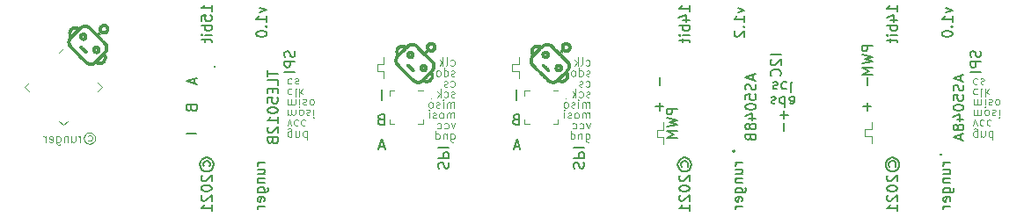
<source format=gbo>
G04 #@! TF.GenerationSoftware,KiCad,Pcbnew,(5.1.6-0-10_14)*
G04 #@! TF.CreationDate,2021-04-17T00:03:13+02:00*
G04 #@! TF.ProjectId,Encoder_SPI_Panel_v1_1,456e636f-6465-4725-9f53-50495f50616e,rev?*
G04 #@! TF.SameCoordinates,Original*
G04 #@! TF.FileFunction,Legend,Bot*
G04 #@! TF.FilePolarity,Positive*
%FSLAX46Y46*%
G04 Gerber Fmt 4.6, Leading zero omitted, Abs format (unit mm)*
G04 Created by KiCad (PCBNEW (5.1.6-0-10_14)) date 2021-04-17 00:03:13*
%MOMM*%
%LPD*%
G01*
G04 APERTURE LIST*
%ADD10C,0.150000*%
%ADD11C,0.100000*%
%ADD12C,0.120000*%
%ADD13C,0.010000*%
G04 APERTURE END LIST*
D10*
X139894847Y-29871427D02*
X140561513Y-30109522D01*
X139894847Y-30347618D01*
X140561513Y-31252379D02*
X140561513Y-30680951D01*
X140561513Y-30966665D02*
X139561513Y-30966665D01*
X139704371Y-30871427D01*
X139799609Y-30776189D01*
X139847228Y-30680951D01*
X140466275Y-31680951D02*
X140513894Y-31728570D01*
X140561513Y-31680951D01*
X140513894Y-31633332D01*
X140466275Y-31680951D01*
X140561513Y-31680951D01*
X139561513Y-32347618D02*
X139561513Y-32442856D01*
X139609133Y-32538094D01*
X139656752Y-32585713D01*
X139751990Y-32633332D01*
X139942466Y-32680951D01*
X140180561Y-32680951D01*
X140371037Y-32633332D01*
X140466275Y-32585713D01*
X140513894Y-32538094D01*
X140561513Y-32442856D01*
X140561513Y-32347618D01*
X140513894Y-32252379D01*
X140466275Y-32204760D01*
X140371037Y-32157141D01*
X140180561Y-32109522D01*
X139942466Y-32109522D01*
X139751990Y-32157141D01*
X139656752Y-32204760D01*
X139609133Y-32252379D01*
X139561513Y-32347618D01*
X135261513Y-30233332D02*
X135261513Y-29661903D01*
X135261513Y-29947618D02*
X134261513Y-29947618D01*
X134404371Y-29852379D01*
X134499609Y-29757141D01*
X134547228Y-29661903D01*
X134594847Y-31090475D02*
X135261513Y-31090475D01*
X134213894Y-30852379D02*
X134928180Y-30614284D01*
X134928180Y-31233332D01*
X135261513Y-31614284D02*
X134261513Y-31614284D01*
X134642466Y-31614284D02*
X134594847Y-31709522D01*
X134594847Y-31899999D01*
X134642466Y-31995237D01*
X134690085Y-32042856D01*
X134785323Y-32090475D01*
X135071037Y-32090475D01*
X135166275Y-32042856D01*
X135213894Y-31995237D01*
X135261513Y-31899999D01*
X135261513Y-31709522D01*
X135213894Y-31614284D01*
X135261513Y-32519046D02*
X134594847Y-32519046D01*
X134261513Y-32519046D02*
X134309133Y-32471427D01*
X134356752Y-32519046D01*
X134309133Y-32566665D01*
X134261513Y-32519046D01*
X134356752Y-32519046D01*
X134594847Y-32852379D02*
X134594847Y-33233332D01*
X134261513Y-32995237D02*
X135118656Y-32995237D01*
X135213894Y-33042856D01*
X135261513Y-33138094D01*
X135261513Y-33233332D01*
X143238894Y-34051189D02*
X143286513Y-34194046D01*
X143286513Y-34432141D01*
X143238894Y-34527379D01*
X143191275Y-34574999D01*
X143096037Y-34622618D01*
X143000799Y-34622618D01*
X142905561Y-34574999D01*
X142857942Y-34527379D01*
X142810323Y-34432141D01*
X142762704Y-34241665D01*
X142715085Y-34146427D01*
X142667466Y-34098808D01*
X142572228Y-34051189D01*
X142476990Y-34051189D01*
X142381752Y-34098808D01*
X142334133Y-34146427D01*
X142286513Y-34241665D01*
X142286513Y-34479760D01*
X142334133Y-34622618D01*
X143286513Y-35051189D02*
X142286513Y-35051189D01*
X142286513Y-35432141D01*
X142334133Y-35527379D01*
X142381752Y-35574999D01*
X142476990Y-35622618D01*
X142619847Y-35622618D01*
X142715085Y-35574999D01*
X142762704Y-35527379D01*
X142810323Y-35432141D01*
X142810323Y-35051189D01*
X143286513Y-36051189D02*
X142286513Y-36051189D01*
X132861513Y-33495237D02*
X131861513Y-33495237D01*
X131861513Y-33876189D01*
X131909133Y-33971427D01*
X131956752Y-34019046D01*
X132051990Y-34066665D01*
X132194847Y-34066665D01*
X132290085Y-34019046D01*
X132337704Y-33971427D01*
X132385323Y-33876189D01*
X132385323Y-33495237D01*
X131861513Y-34399999D02*
X132861513Y-34638094D01*
X132147228Y-34828570D01*
X132861513Y-35019046D01*
X131861513Y-35257141D01*
X132861513Y-35638094D02*
X131861513Y-35638094D01*
X132575799Y-35971427D01*
X131861513Y-36304760D01*
X132861513Y-36304760D01*
X140361513Y-44833332D02*
X139694847Y-44833332D01*
X139885323Y-44833332D02*
X139790085Y-44880951D01*
X139742466Y-44928570D01*
X139694847Y-45023808D01*
X139694847Y-45119046D01*
X139694847Y-45880951D02*
X140361513Y-45880951D01*
X139694847Y-45452379D02*
X140218656Y-45452379D01*
X140313894Y-45499999D01*
X140361513Y-45595237D01*
X140361513Y-45738094D01*
X140313894Y-45833332D01*
X140266275Y-45880951D01*
X139694847Y-46357141D02*
X140361513Y-46357141D01*
X139790085Y-46357141D02*
X139742466Y-46404760D01*
X139694847Y-46499999D01*
X139694847Y-46642856D01*
X139742466Y-46738094D01*
X139837704Y-46785713D01*
X140361513Y-46785713D01*
X139694847Y-47690475D02*
X140504371Y-47690475D01*
X140599609Y-47642856D01*
X140647228Y-47595237D01*
X140694847Y-47499999D01*
X140694847Y-47357141D01*
X140647228Y-47261903D01*
X140313894Y-47690475D02*
X140361513Y-47595237D01*
X140361513Y-47404760D01*
X140313894Y-47309522D01*
X140266275Y-47261903D01*
X140171037Y-47214284D01*
X139885323Y-47214284D01*
X139790085Y-47261903D01*
X139742466Y-47309522D01*
X139694847Y-47404760D01*
X139694847Y-47595237D01*
X139742466Y-47690475D01*
X140313894Y-48547618D02*
X140361513Y-48452379D01*
X140361513Y-48261903D01*
X140313894Y-48166665D01*
X140218656Y-48119046D01*
X139837704Y-48119046D01*
X139742466Y-48166665D01*
X139694847Y-48261903D01*
X139694847Y-48452379D01*
X139742466Y-48547618D01*
X139837704Y-48595237D01*
X139932942Y-48595237D01*
X140028180Y-48119046D01*
X140361513Y-49023808D02*
X139694847Y-49023808D01*
X139885323Y-49023808D02*
X139790085Y-49071427D01*
X139742466Y-49119046D01*
X139694847Y-49214284D01*
X139694847Y-49309522D01*
X134499609Y-45185713D02*
X134451990Y-45090475D01*
X134451990Y-44899999D01*
X134499609Y-44804760D01*
X134594847Y-44709522D01*
X134690085Y-44661903D01*
X134880561Y-44661903D01*
X134975799Y-44709522D01*
X135071037Y-44804760D01*
X135118656Y-44899999D01*
X135118656Y-45090475D01*
X135071037Y-45185713D01*
X134118656Y-44995237D02*
X134166275Y-44757141D01*
X134309133Y-44519046D01*
X134547228Y-44376189D01*
X134785323Y-44328570D01*
X135023418Y-44376189D01*
X135261513Y-44519046D01*
X135404371Y-44757141D01*
X135451990Y-44995237D01*
X135404371Y-45233332D01*
X135261513Y-45471427D01*
X135023418Y-45614284D01*
X134785323Y-45661903D01*
X134547228Y-45614284D01*
X134309133Y-45471427D01*
X134166275Y-45233332D01*
X134118656Y-44995237D01*
X134356752Y-46042856D02*
X134309133Y-46090475D01*
X134261513Y-46185713D01*
X134261513Y-46423808D01*
X134309133Y-46519046D01*
X134356752Y-46566665D01*
X134451990Y-46614284D01*
X134547228Y-46614284D01*
X134690085Y-46566665D01*
X135261513Y-45995237D01*
X135261513Y-46614284D01*
X134261513Y-47233332D02*
X134261513Y-47328570D01*
X134309133Y-47423808D01*
X134356752Y-47471427D01*
X134451990Y-47519046D01*
X134642466Y-47566665D01*
X134880561Y-47566665D01*
X135071037Y-47519046D01*
X135166275Y-47471427D01*
X135213894Y-47423808D01*
X135261513Y-47328570D01*
X135261513Y-47233332D01*
X135213894Y-47138094D01*
X135166275Y-47090475D01*
X135071037Y-47042856D01*
X134880561Y-46995237D01*
X134642466Y-46995237D01*
X134451990Y-47042856D01*
X134356752Y-47090475D01*
X134309133Y-47138094D01*
X134261513Y-47233332D01*
X134356752Y-47947618D02*
X134309133Y-47995237D01*
X134261513Y-48090475D01*
X134261513Y-48328570D01*
X134309133Y-48423808D01*
X134356752Y-48471427D01*
X134451990Y-48519046D01*
X134547228Y-48519046D01*
X134690085Y-48471427D01*
X135261513Y-47899999D01*
X135261513Y-48519046D01*
X135261513Y-49471427D02*
X135261513Y-48899999D01*
X135261513Y-49185713D02*
X134261513Y-49185713D01*
X134404371Y-49090475D01*
X134499609Y-48995237D01*
X134547228Y-48899999D01*
X132380561Y-39019046D02*
X132380561Y-39780951D01*
X132761513Y-39399999D02*
X131999609Y-39399999D01*
X132380561Y-36619046D02*
X132380561Y-37380951D01*
D11*
X142962466Y-36726189D02*
X142886275Y-36688094D01*
X142733894Y-36688094D01*
X142657704Y-36726189D01*
X142619609Y-36764284D01*
X142581513Y-36840475D01*
X142581513Y-37069046D01*
X142619609Y-37145237D01*
X142657704Y-37183332D01*
X142733894Y-37221427D01*
X142886275Y-37221427D01*
X142962466Y-37183332D01*
X143267228Y-36726189D02*
X143343418Y-36688094D01*
X143495799Y-36688094D01*
X143571990Y-36726189D01*
X143610085Y-36802379D01*
X143610085Y-36840475D01*
X143571990Y-36916665D01*
X143495799Y-36954760D01*
X143381513Y-36954760D01*
X143305323Y-36992856D01*
X143267228Y-37069046D01*
X143267228Y-37107141D01*
X143305323Y-37183332D01*
X143381513Y-37221427D01*
X143495799Y-37221427D01*
X143571990Y-37183332D01*
D10*
X139416275Y-43999999D02*
X139463894Y-43952379D01*
X139511513Y-43999999D01*
X139463894Y-44047618D01*
X139416275Y-43999999D01*
X139511513Y-43999999D01*
X141358799Y-36452379D02*
X141358799Y-36928570D01*
X141644513Y-36357141D02*
X140644513Y-36690475D01*
X141644513Y-37023808D01*
X141596894Y-37309522D02*
X141644513Y-37452379D01*
X141644513Y-37690475D01*
X141596894Y-37785713D01*
X141549275Y-37833332D01*
X141454037Y-37880951D01*
X141358799Y-37880951D01*
X141263561Y-37833332D01*
X141215942Y-37785713D01*
X141168323Y-37690475D01*
X141120704Y-37499999D01*
X141073085Y-37404760D01*
X141025466Y-37357141D01*
X140930228Y-37309522D01*
X140834990Y-37309522D01*
X140739752Y-37357141D01*
X140692133Y-37404760D01*
X140644513Y-37499999D01*
X140644513Y-37738094D01*
X140692133Y-37880951D01*
X140644513Y-38785713D02*
X140644513Y-38309522D01*
X141120704Y-38261903D01*
X141073085Y-38309522D01*
X141025466Y-38404760D01*
X141025466Y-38642856D01*
X141073085Y-38738094D01*
X141120704Y-38785713D01*
X141215942Y-38833332D01*
X141454037Y-38833332D01*
X141549275Y-38785713D01*
X141596894Y-38738094D01*
X141644513Y-38642856D01*
X141644513Y-38404760D01*
X141596894Y-38309522D01*
X141549275Y-38261903D01*
X140644513Y-39452379D02*
X140644513Y-39547618D01*
X140692133Y-39642856D01*
X140739752Y-39690475D01*
X140834990Y-39738094D01*
X141025466Y-39785713D01*
X141263561Y-39785713D01*
X141454037Y-39738094D01*
X141549275Y-39690475D01*
X141596894Y-39642856D01*
X141644513Y-39547618D01*
X141644513Y-39452379D01*
X141596894Y-39357141D01*
X141549275Y-39309522D01*
X141454037Y-39261903D01*
X141263561Y-39214284D01*
X141025466Y-39214284D01*
X140834990Y-39261903D01*
X140739752Y-39309522D01*
X140692133Y-39357141D01*
X140644513Y-39452379D01*
X140977847Y-40642856D02*
X141644513Y-40642856D01*
X140596894Y-40404760D02*
X141311180Y-40166665D01*
X141311180Y-40785713D01*
X141073085Y-41309522D02*
X141025466Y-41214284D01*
X140977847Y-41166665D01*
X140882609Y-41119046D01*
X140834990Y-41119046D01*
X140739752Y-41166665D01*
X140692133Y-41214284D01*
X140644513Y-41309522D01*
X140644513Y-41499999D01*
X140692133Y-41595237D01*
X140739752Y-41642856D01*
X140834990Y-41690475D01*
X140882609Y-41690475D01*
X140977847Y-41642856D01*
X141025466Y-41595237D01*
X141073085Y-41499999D01*
X141073085Y-41309522D01*
X141120704Y-41214284D01*
X141168323Y-41166665D01*
X141263561Y-41119046D01*
X141454037Y-41119046D01*
X141549275Y-41166665D01*
X141596894Y-41214284D01*
X141644513Y-41309522D01*
X141644513Y-41499999D01*
X141596894Y-41595237D01*
X141549275Y-41642856D01*
X141454037Y-41690475D01*
X141263561Y-41690475D01*
X141168323Y-41642856D01*
X141120704Y-41595237D01*
X141073085Y-41499999D01*
X141358799Y-42071427D02*
X141358799Y-42547618D01*
X141644513Y-41976189D02*
X140644513Y-42309522D01*
X141644513Y-42642856D01*
D11*
X142962466Y-37726189D02*
X142886275Y-37688094D01*
X142733894Y-37688094D01*
X142657704Y-37726189D01*
X142619609Y-37764284D01*
X142581513Y-37840475D01*
X142581513Y-38069046D01*
X142619609Y-38145237D01*
X142657704Y-38183332D01*
X142733894Y-38221427D01*
X142886275Y-38221427D01*
X142962466Y-38183332D01*
X143419609Y-37688094D02*
X143343418Y-37726189D01*
X143305323Y-37802379D01*
X143305323Y-38488094D01*
X143724371Y-37688094D02*
X143724371Y-38488094D01*
X143800561Y-37992856D02*
X144029133Y-37688094D01*
X144029133Y-38221427D02*
X143724371Y-37916665D01*
X142619609Y-38688094D02*
X142619609Y-39221427D01*
X142619609Y-39145237D02*
X142657704Y-39183332D01*
X142733894Y-39221427D01*
X142848180Y-39221427D01*
X142924371Y-39183332D01*
X142962466Y-39107141D01*
X142962466Y-38688094D01*
X142962466Y-39107141D02*
X143000561Y-39183332D01*
X143076752Y-39221427D01*
X143191037Y-39221427D01*
X143267228Y-39183332D01*
X143305323Y-39107141D01*
X143305323Y-38688094D01*
X143686275Y-38688094D02*
X143686275Y-39221427D01*
X143686275Y-39488094D02*
X143648180Y-39449999D01*
X143686275Y-39411903D01*
X143724371Y-39449999D01*
X143686275Y-39488094D01*
X143686275Y-39411903D01*
X144029133Y-38726189D02*
X144105323Y-38688094D01*
X144257704Y-38688094D01*
X144333894Y-38726189D01*
X144371990Y-38802379D01*
X144371990Y-38840475D01*
X144333894Y-38916665D01*
X144257704Y-38954760D01*
X144143418Y-38954760D01*
X144067228Y-38992856D01*
X144029133Y-39069046D01*
X144029133Y-39107141D01*
X144067228Y-39183332D01*
X144143418Y-39221427D01*
X144257704Y-39221427D01*
X144333894Y-39183332D01*
X144829133Y-38688094D02*
X144752942Y-38726189D01*
X144714847Y-38764284D01*
X144676752Y-38840475D01*
X144676752Y-39069046D01*
X144714847Y-39145237D01*
X144752942Y-39183332D01*
X144829133Y-39221427D01*
X144943418Y-39221427D01*
X145019609Y-39183332D01*
X145057704Y-39145237D01*
X145095799Y-39069046D01*
X145095799Y-38840475D01*
X145057704Y-38764284D01*
X145019609Y-38726189D01*
X144943418Y-38688094D01*
X144829133Y-38688094D01*
X142619609Y-39688094D02*
X142619609Y-40221427D01*
X142619609Y-40145237D02*
X142657704Y-40183332D01*
X142733894Y-40221427D01*
X142848180Y-40221427D01*
X142924371Y-40183332D01*
X142962466Y-40107141D01*
X142962466Y-39688094D01*
X142962466Y-40107141D02*
X143000561Y-40183332D01*
X143076752Y-40221427D01*
X143191037Y-40221427D01*
X143267228Y-40183332D01*
X143305323Y-40107141D01*
X143305323Y-39688094D01*
X143800561Y-39688094D02*
X143724371Y-39726189D01*
X143686275Y-39764284D01*
X143648180Y-39840475D01*
X143648180Y-40069046D01*
X143686275Y-40145237D01*
X143724371Y-40183332D01*
X143800561Y-40221427D01*
X143914847Y-40221427D01*
X143991037Y-40183332D01*
X144029133Y-40145237D01*
X144067228Y-40069046D01*
X144067228Y-39840475D01*
X144029133Y-39764284D01*
X143991037Y-39726189D01*
X143914847Y-39688094D01*
X143800561Y-39688094D01*
X144371990Y-39726189D02*
X144448180Y-39688094D01*
X144600561Y-39688094D01*
X144676752Y-39726189D01*
X144714847Y-39802379D01*
X144714847Y-39840475D01*
X144676752Y-39916665D01*
X144600561Y-39954760D01*
X144486275Y-39954760D01*
X144410085Y-39992856D01*
X144371990Y-40069046D01*
X144371990Y-40107141D01*
X144410085Y-40183332D01*
X144486275Y-40221427D01*
X144600561Y-40221427D01*
X144676752Y-40183332D01*
X145057704Y-39688094D02*
X145057704Y-40221427D01*
X145057704Y-40488094D02*
X145019609Y-40449999D01*
X145057704Y-40411903D01*
X145095799Y-40449999D01*
X145057704Y-40488094D01*
X145057704Y-40411903D01*
X142543418Y-41221427D02*
X142733894Y-40688094D01*
X142924371Y-41221427D01*
X143571990Y-40726189D02*
X143495799Y-40688094D01*
X143343418Y-40688094D01*
X143267228Y-40726189D01*
X143229133Y-40764284D01*
X143191037Y-40840475D01*
X143191037Y-41069046D01*
X143229133Y-41145237D01*
X143267228Y-41183332D01*
X143343418Y-41221427D01*
X143495799Y-41221427D01*
X143571990Y-41183332D01*
X144257704Y-40726189D02*
X144181513Y-40688094D01*
X144029133Y-40688094D01*
X143952942Y-40726189D01*
X143914847Y-40764284D01*
X143876752Y-40840475D01*
X143876752Y-41069046D01*
X143914847Y-41145237D01*
X143952942Y-41183332D01*
X144029133Y-41221427D01*
X144181513Y-41221427D01*
X144257704Y-41183332D01*
X142962466Y-42321427D02*
X142962466Y-41673808D01*
X142924371Y-41597618D01*
X142886275Y-41559522D01*
X142810085Y-41521427D01*
X142695799Y-41521427D01*
X142619609Y-41559522D01*
X142962466Y-41826189D02*
X142886275Y-41788094D01*
X142733894Y-41788094D01*
X142657704Y-41826189D01*
X142619609Y-41864284D01*
X142581513Y-41940475D01*
X142581513Y-42169046D01*
X142619609Y-42245237D01*
X142657704Y-42283332D01*
X142733894Y-42321427D01*
X142886275Y-42321427D01*
X142962466Y-42283332D01*
X143343418Y-42321427D02*
X143343418Y-41788094D01*
X143343418Y-42245237D02*
X143381513Y-42283332D01*
X143457704Y-42321427D01*
X143571990Y-42321427D01*
X143648180Y-42283332D01*
X143686275Y-42207141D01*
X143686275Y-41788094D01*
X144410085Y-41788094D02*
X144410085Y-42588094D01*
X144410085Y-41826189D02*
X144333894Y-41788094D01*
X144181513Y-41788094D01*
X144105323Y-41826189D01*
X144067228Y-41864284D01*
X144029133Y-41940475D01*
X144029133Y-42169046D01*
X144067228Y-42245237D01*
X144105323Y-42283332D01*
X144181513Y-42321427D01*
X144333894Y-42321427D01*
X144410085Y-42283332D01*
D12*
X132784133Y-42949999D02*
X132784133Y-42274999D01*
X132784133Y-42274999D02*
X132159133Y-42274999D01*
X132159133Y-42274999D02*
X132159133Y-41574999D01*
X132159133Y-41574999D02*
X132784133Y-41574999D01*
X132784133Y-41574999D02*
X132784133Y-40874999D01*
D10*
X119894844Y-29871427D02*
X120561510Y-30109522D01*
X119894844Y-30347618D01*
X120561510Y-31252379D02*
X120561510Y-30680951D01*
X120561510Y-30966665D02*
X119561510Y-30966665D01*
X119704368Y-30871427D01*
X119799606Y-30776189D01*
X119847225Y-30680951D01*
X120466272Y-31680951D02*
X120513891Y-31728570D01*
X120561510Y-31680951D01*
X120513891Y-31633332D01*
X120466272Y-31680951D01*
X120561510Y-31680951D01*
X119656749Y-32109522D02*
X119609130Y-32157141D01*
X119561510Y-32252379D01*
X119561510Y-32490475D01*
X119609130Y-32585713D01*
X119656749Y-32633332D01*
X119751987Y-32680951D01*
X119847225Y-32680951D01*
X119990082Y-32633332D01*
X120561510Y-32061903D01*
X120561510Y-32680951D01*
X115261510Y-30233332D02*
X115261510Y-29661903D01*
X115261510Y-29947618D02*
X114261510Y-29947618D01*
X114404368Y-29852379D01*
X114499606Y-29757141D01*
X114547225Y-29661903D01*
X114594844Y-31090475D02*
X115261510Y-31090475D01*
X114213891Y-30852379D02*
X114928177Y-30614284D01*
X114928177Y-31233332D01*
X115261510Y-31614284D02*
X114261510Y-31614284D01*
X114642463Y-31614284D02*
X114594844Y-31709522D01*
X114594844Y-31899999D01*
X114642463Y-31995237D01*
X114690082Y-32042856D01*
X114785320Y-32090475D01*
X115071034Y-32090475D01*
X115166272Y-32042856D01*
X115213891Y-31995237D01*
X115261510Y-31899999D01*
X115261510Y-31709522D01*
X115213891Y-31614284D01*
X115261510Y-32519046D02*
X114594844Y-32519046D01*
X114261510Y-32519046D02*
X114309130Y-32471427D01*
X114356749Y-32519046D01*
X114309130Y-32566665D01*
X114261510Y-32519046D01*
X114356749Y-32519046D01*
X114594844Y-32852379D02*
X114594844Y-33233332D01*
X114261510Y-32995237D02*
X115118653Y-32995237D01*
X115213891Y-33042856D01*
X115261510Y-33138094D01*
X115261510Y-33233332D01*
X124061510Y-34423808D02*
X123061510Y-34423808D01*
X123156749Y-34852379D02*
X123109130Y-34899999D01*
X123061510Y-34995237D01*
X123061510Y-35233332D01*
X123109130Y-35328570D01*
X123156749Y-35376189D01*
X123251987Y-35423808D01*
X123347225Y-35423808D01*
X123490082Y-35376189D01*
X124061510Y-34804760D01*
X124061510Y-35423808D01*
X123966272Y-36423808D02*
X124013891Y-36376189D01*
X124061510Y-36233332D01*
X124061510Y-36138094D01*
X124013891Y-35995237D01*
X123918653Y-35899999D01*
X123823415Y-35852379D01*
X123632939Y-35804760D01*
X123490082Y-35804760D01*
X123299606Y-35852379D01*
X123204368Y-35899999D01*
X123109130Y-35995237D01*
X123061510Y-36138094D01*
X123061510Y-36233332D01*
X123109130Y-36376189D01*
X123156749Y-36423808D01*
X114061510Y-39595237D02*
X113061510Y-39595237D01*
X113061510Y-39976189D01*
X113109130Y-40071427D01*
X113156749Y-40119046D01*
X113251987Y-40166665D01*
X113394844Y-40166665D01*
X113490082Y-40119046D01*
X113537701Y-40071427D01*
X113585320Y-39976189D01*
X113585320Y-39595237D01*
X113061510Y-40499999D02*
X114061510Y-40738094D01*
X113347225Y-40928570D01*
X114061510Y-41119046D01*
X113061510Y-41357141D01*
X114061510Y-41738094D02*
X113061510Y-41738094D01*
X113775796Y-42071427D01*
X113061510Y-42404760D01*
X114061510Y-42404760D01*
X120361510Y-44833332D02*
X119694844Y-44833332D01*
X119885320Y-44833332D02*
X119790082Y-44880951D01*
X119742463Y-44928570D01*
X119694844Y-45023808D01*
X119694844Y-45119046D01*
X119694844Y-45880951D02*
X120361510Y-45880951D01*
X119694844Y-45452379D02*
X120218653Y-45452379D01*
X120313891Y-45499999D01*
X120361510Y-45595237D01*
X120361510Y-45738094D01*
X120313891Y-45833332D01*
X120266272Y-45880951D01*
X119694844Y-46357141D02*
X120361510Y-46357141D01*
X119790082Y-46357141D02*
X119742463Y-46404760D01*
X119694844Y-46499999D01*
X119694844Y-46642856D01*
X119742463Y-46738094D01*
X119837701Y-46785713D01*
X120361510Y-46785713D01*
X119694844Y-47690475D02*
X120504368Y-47690475D01*
X120599606Y-47642856D01*
X120647225Y-47595237D01*
X120694844Y-47499999D01*
X120694844Y-47357141D01*
X120647225Y-47261903D01*
X120313891Y-47690475D02*
X120361510Y-47595237D01*
X120361510Y-47404760D01*
X120313891Y-47309522D01*
X120266272Y-47261903D01*
X120171034Y-47214284D01*
X119885320Y-47214284D01*
X119790082Y-47261903D01*
X119742463Y-47309522D01*
X119694844Y-47404760D01*
X119694844Y-47595237D01*
X119742463Y-47690475D01*
X120313891Y-48547618D02*
X120361510Y-48452379D01*
X120361510Y-48261903D01*
X120313891Y-48166665D01*
X120218653Y-48119046D01*
X119837701Y-48119046D01*
X119742463Y-48166665D01*
X119694844Y-48261903D01*
X119694844Y-48452379D01*
X119742463Y-48547618D01*
X119837701Y-48595237D01*
X119932939Y-48595237D01*
X120028177Y-48119046D01*
X120361510Y-49023808D02*
X119694844Y-49023808D01*
X119885320Y-49023808D02*
X119790082Y-49071427D01*
X119742463Y-49119046D01*
X119694844Y-49214284D01*
X119694844Y-49309522D01*
X114499606Y-45185713D02*
X114451987Y-45090475D01*
X114451987Y-44899999D01*
X114499606Y-44804760D01*
X114594844Y-44709522D01*
X114690082Y-44661903D01*
X114880558Y-44661903D01*
X114975796Y-44709522D01*
X115071034Y-44804760D01*
X115118653Y-44899999D01*
X115118653Y-45090475D01*
X115071034Y-45185713D01*
X114118653Y-44995237D02*
X114166272Y-44757141D01*
X114309130Y-44519046D01*
X114547225Y-44376189D01*
X114785320Y-44328570D01*
X115023415Y-44376189D01*
X115261510Y-44519046D01*
X115404368Y-44757141D01*
X115451987Y-44995237D01*
X115404368Y-45233332D01*
X115261510Y-45471427D01*
X115023415Y-45614284D01*
X114785320Y-45661903D01*
X114547225Y-45614284D01*
X114309130Y-45471427D01*
X114166272Y-45233332D01*
X114118653Y-44995237D01*
X114356749Y-46042856D02*
X114309130Y-46090475D01*
X114261510Y-46185713D01*
X114261510Y-46423808D01*
X114309130Y-46519046D01*
X114356749Y-46566665D01*
X114451987Y-46614284D01*
X114547225Y-46614284D01*
X114690082Y-46566665D01*
X115261510Y-45995237D01*
X115261510Y-46614284D01*
X114261510Y-47233332D02*
X114261510Y-47328570D01*
X114309130Y-47423808D01*
X114356749Y-47471427D01*
X114451987Y-47519046D01*
X114642463Y-47566665D01*
X114880558Y-47566665D01*
X115071034Y-47519046D01*
X115166272Y-47471427D01*
X115213891Y-47423808D01*
X115261510Y-47328570D01*
X115261510Y-47233332D01*
X115213891Y-47138094D01*
X115166272Y-47090475D01*
X115071034Y-47042856D01*
X114880558Y-46995237D01*
X114642463Y-46995237D01*
X114451987Y-47042856D01*
X114356749Y-47090475D01*
X114309130Y-47138094D01*
X114261510Y-47233332D01*
X114356749Y-47947618D02*
X114309130Y-47995237D01*
X114261510Y-48090475D01*
X114261510Y-48328570D01*
X114309130Y-48423808D01*
X114356749Y-48471427D01*
X114451987Y-48519046D01*
X114547225Y-48519046D01*
X114690082Y-48471427D01*
X115261510Y-47899999D01*
X115261510Y-48519046D01*
X115261510Y-49471427D02*
X115261510Y-48899999D01*
X115261510Y-49185713D02*
X114261510Y-49185713D01*
X114404368Y-49090475D01*
X114499606Y-48995237D01*
X114547225Y-48899999D01*
X112380558Y-39019046D02*
X112380558Y-39780951D01*
X112761510Y-39399999D02*
X111999606Y-39399999D01*
X112380558Y-36619046D02*
X112380558Y-37380951D01*
X124380558Y-39819046D02*
X124380558Y-40580951D01*
X124761510Y-40199999D02*
X123999606Y-40199999D01*
X124380558Y-41019046D02*
X124380558Y-41780951D01*
X123304368Y-37095237D02*
X123399606Y-37047618D01*
X123590082Y-37047618D01*
X123685320Y-37095237D01*
X123732939Y-37190475D01*
X123732939Y-37238094D01*
X123685320Y-37333332D01*
X123590082Y-37380951D01*
X123447225Y-37380951D01*
X123351987Y-37428570D01*
X123304368Y-37523808D01*
X123304368Y-37571427D01*
X123351987Y-37666665D01*
X123447225Y-37714284D01*
X123590082Y-37714284D01*
X123685320Y-37666665D01*
X124590082Y-37095237D02*
X124494844Y-37047618D01*
X124304368Y-37047618D01*
X124209130Y-37095237D01*
X124161510Y-37142856D01*
X124113891Y-37238094D01*
X124113891Y-37523808D01*
X124161510Y-37619046D01*
X124209130Y-37666665D01*
X124304368Y-37714284D01*
X124494844Y-37714284D01*
X124590082Y-37666665D01*
X125161510Y-37047618D02*
X125066272Y-37095237D01*
X125018653Y-37190475D01*
X125018653Y-38047618D01*
X123140082Y-38495237D02*
X123235320Y-38447618D01*
X123425796Y-38447618D01*
X123521034Y-38495237D01*
X123568653Y-38590475D01*
X123568653Y-38638094D01*
X123521034Y-38733332D01*
X123425796Y-38780951D01*
X123282939Y-38780951D01*
X123187701Y-38828570D01*
X123140082Y-38923808D01*
X123140082Y-38971427D01*
X123187701Y-39066665D01*
X123282939Y-39114284D01*
X123425796Y-39114284D01*
X123521034Y-39066665D01*
X124425796Y-38447618D02*
X124425796Y-39447618D01*
X124425796Y-38495237D02*
X124330558Y-38447618D01*
X124140082Y-38447618D01*
X124044844Y-38495237D01*
X123997225Y-38542856D01*
X123949606Y-38638094D01*
X123949606Y-38923808D01*
X123997225Y-39019046D01*
X124044844Y-39066665D01*
X124140082Y-39114284D01*
X124330558Y-39114284D01*
X124425796Y-39066665D01*
X125330558Y-38447618D02*
X125330558Y-38971427D01*
X125282939Y-39066665D01*
X125187701Y-39114284D01*
X124997225Y-39114284D01*
X124901987Y-39066665D01*
X125330558Y-38495237D02*
X125235320Y-38447618D01*
X124997225Y-38447618D01*
X124901987Y-38495237D01*
X124854368Y-38590475D01*
X124854368Y-38685713D01*
X124901987Y-38780951D01*
X124997225Y-38828570D01*
X125235320Y-38828570D01*
X125330558Y-38876189D01*
X119466272Y-43699999D02*
X119513891Y-43652379D01*
X119561510Y-43699999D01*
X119513891Y-43747618D01*
X119466272Y-43699999D01*
X119561510Y-43699999D01*
X121358796Y-36380951D02*
X121358796Y-36857141D01*
X121644510Y-36285713D02*
X120644510Y-36619046D01*
X121644510Y-36952379D01*
X121596891Y-37238094D02*
X121644510Y-37380951D01*
X121644510Y-37619046D01*
X121596891Y-37714284D01*
X121549272Y-37761903D01*
X121454034Y-37809522D01*
X121358796Y-37809522D01*
X121263558Y-37761903D01*
X121215939Y-37714284D01*
X121168320Y-37619046D01*
X121120701Y-37428570D01*
X121073082Y-37333332D01*
X121025463Y-37285713D01*
X120930225Y-37238094D01*
X120834987Y-37238094D01*
X120739749Y-37285713D01*
X120692130Y-37333332D01*
X120644510Y-37428570D01*
X120644510Y-37666665D01*
X120692130Y-37809522D01*
X120644510Y-38714284D02*
X120644510Y-38238094D01*
X121120701Y-38190475D01*
X121073082Y-38238094D01*
X121025463Y-38333332D01*
X121025463Y-38571427D01*
X121073082Y-38666665D01*
X121120701Y-38714284D01*
X121215939Y-38761903D01*
X121454034Y-38761903D01*
X121549272Y-38714284D01*
X121596891Y-38666665D01*
X121644510Y-38571427D01*
X121644510Y-38333332D01*
X121596891Y-38238094D01*
X121549272Y-38190475D01*
X120644510Y-39380951D02*
X120644510Y-39476189D01*
X120692130Y-39571427D01*
X120739749Y-39619046D01*
X120834987Y-39666665D01*
X121025463Y-39714284D01*
X121263558Y-39714284D01*
X121454034Y-39666665D01*
X121549272Y-39619046D01*
X121596891Y-39571427D01*
X121644510Y-39476189D01*
X121644510Y-39380951D01*
X121596891Y-39285713D01*
X121549272Y-39238094D01*
X121454034Y-39190475D01*
X121263558Y-39142856D01*
X121025463Y-39142856D01*
X120834987Y-39190475D01*
X120739749Y-39238094D01*
X120692130Y-39285713D01*
X120644510Y-39380951D01*
X120977844Y-40571427D02*
X121644510Y-40571427D01*
X120596891Y-40333332D02*
X121311177Y-40095237D01*
X121311177Y-40714284D01*
X121073082Y-41238094D02*
X121025463Y-41142856D01*
X120977844Y-41095237D01*
X120882606Y-41047618D01*
X120834987Y-41047618D01*
X120739749Y-41095237D01*
X120692130Y-41142856D01*
X120644510Y-41238094D01*
X120644510Y-41428570D01*
X120692130Y-41523808D01*
X120739749Y-41571427D01*
X120834987Y-41619046D01*
X120882606Y-41619046D01*
X120977844Y-41571427D01*
X121025463Y-41523808D01*
X121073082Y-41428570D01*
X121073082Y-41238094D01*
X121120701Y-41142856D01*
X121168320Y-41095237D01*
X121263558Y-41047618D01*
X121454034Y-41047618D01*
X121549272Y-41095237D01*
X121596891Y-41142856D01*
X121644510Y-41238094D01*
X121644510Y-41428570D01*
X121596891Y-41523808D01*
X121549272Y-41571427D01*
X121454034Y-41619046D01*
X121263558Y-41619046D01*
X121168320Y-41571427D01*
X121120701Y-41523808D01*
X121073082Y-41428570D01*
X121120701Y-42380951D02*
X121168320Y-42523808D01*
X121215939Y-42571427D01*
X121311177Y-42619046D01*
X121454034Y-42619046D01*
X121549272Y-42571427D01*
X121596891Y-42523808D01*
X121644510Y-42428570D01*
X121644510Y-42047618D01*
X120644510Y-42047618D01*
X120644510Y-42380951D01*
X120692130Y-42476189D01*
X120739749Y-42523808D01*
X120834987Y-42571427D01*
X120930225Y-42571427D01*
X121025463Y-42523808D01*
X121073082Y-42476189D01*
X121120701Y-42380951D01*
X121120701Y-42047618D01*
D12*
X112764130Y-42999999D02*
X112764130Y-42324999D01*
X112764130Y-42324999D02*
X112139130Y-42324999D01*
X112139130Y-42324999D02*
X112139130Y-41624999D01*
X112139130Y-41624999D02*
X112764130Y-41624999D01*
X112764130Y-41624999D02*
X112764130Y-40924999D01*
X103447310Y-38629950D02*
G75*
G03*
X103447310Y-38629950I-60828J0D01*
G01*
D10*
X98884577Y-43236616D02*
X98408386Y-43236616D01*
X98979815Y-43522330D02*
X98646482Y-42522330D01*
X98313148Y-43522330D01*
X98535053Y-40628521D02*
X98392196Y-40676140D01*
X98344577Y-40723759D01*
X98296958Y-40818997D01*
X98296958Y-40961854D01*
X98344577Y-41057092D01*
X98392196Y-41104711D01*
X98487434Y-41152330D01*
X98868386Y-41152330D01*
X98868386Y-40152330D01*
X98535053Y-40152330D01*
X98439815Y-40199950D01*
X98392196Y-40247569D01*
X98344577Y-40342807D01*
X98344577Y-40438045D01*
X98392196Y-40533283D01*
X98439815Y-40580902D01*
X98535053Y-40628521D01*
X98868386Y-40628521D01*
X104157720Y-45349759D02*
X104110101Y-45206902D01*
X104110101Y-44968807D01*
X104157720Y-44873569D01*
X104205339Y-44825950D01*
X104300577Y-44778330D01*
X104395815Y-44778330D01*
X104491053Y-44825950D01*
X104538672Y-44873569D01*
X104586291Y-44968807D01*
X104633910Y-45159283D01*
X104681529Y-45254521D01*
X104729148Y-45302140D01*
X104824386Y-45349759D01*
X104919624Y-45349759D01*
X105014862Y-45302140D01*
X105062482Y-45254521D01*
X105110101Y-45159283D01*
X105110101Y-44921188D01*
X105062482Y-44778330D01*
X104110101Y-44349759D02*
X105110101Y-44349759D01*
X105110101Y-43968807D01*
X105062482Y-43873569D01*
X105014862Y-43825950D01*
X104919624Y-43778330D01*
X104776767Y-43778330D01*
X104681529Y-43825950D01*
X104633910Y-43873569D01*
X104586291Y-43968807D01*
X104586291Y-44349759D01*
X104110101Y-43349759D02*
X105110101Y-43349759D01*
X98616482Y-37777569D02*
X98616482Y-38777569D01*
D12*
X98821482Y-36699950D02*
X98821482Y-36024950D01*
X98821482Y-36024950D02*
X98196482Y-36024950D01*
X98196482Y-36024950D02*
X98196482Y-35324950D01*
X98196482Y-35324950D02*
X98821482Y-35324950D01*
X98821482Y-35324950D02*
X98821482Y-34624950D01*
D11*
X105658387Y-38460047D02*
X105582196Y-38498142D01*
X105429815Y-38498142D01*
X105353625Y-38460047D01*
X105315529Y-38383857D01*
X105315529Y-38345761D01*
X105353625Y-38269571D01*
X105429815Y-38231476D01*
X105544101Y-38231476D01*
X105620291Y-38193380D01*
X105658387Y-38117190D01*
X105658387Y-38079095D01*
X105620291Y-38002904D01*
X105544101Y-37964809D01*
X105429815Y-37964809D01*
X105353625Y-38002904D01*
X104629815Y-38460047D02*
X104706006Y-38498142D01*
X104858387Y-38498142D01*
X104934577Y-38460047D01*
X104972672Y-38421952D01*
X105010768Y-38345761D01*
X105010768Y-38117190D01*
X104972672Y-38040999D01*
X104934577Y-38002904D01*
X104858387Y-37964809D01*
X104706006Y-37964809D01*
X104629815Y-38002904D01*
X104286958Y-38498142D02*
X104286958Y-37698142D01*
X104210768Y-38193380D02*
X103982196Y-38498142D01*
X103982196Y-37964809D02*
X104286958Y-38269571D01*
X105696482Y-40999093D02*
X105506006Y-41532426D01*
X105315529Y-40999093D01*
X104667910Y-41494331D02*
X104744101Y-41532426D01*
X104896482Y-41532426D01*
X104972672Y-41494331D01*
X105010768Y-41456236D01*
X105048863Y-41380045D01*
X105048863Y-41151474D01*
X105010768Y-41075283D01*
X104972672Y-41037188D01*
X104896482Y-40999093D01*
X104744101Y-40999093D01*
X104667910Y-41037188D01*
X103982196Y-41494331D02*
X104058387Y-41532426D01*
X104210768Y-41532426D01*
X104286958Y-41494331D01*
X104325053Y-41456236D01*
X104363148Y-41380045D01*
X104363148Y-41151474D01*
X104325053Y-41075283D01*
X104286958Y-41037188D01*
X104210768Y-40999093D01*
X104058387Y-40999093D01*
X103982196Y-41037188D01*
X105620291Y-39509570D02*
X105620291Y-38976237D01*
X105620291Y-39052427D02*
X105582196Y-39014332D01*
X105506006Y-38976237D01*
X105391720Y-38976237D01*
X105315529Y-39014332D01*
X105277434Y-39090523D01*
X105277434Y-39509570D01*
X105277434Y-39090523D02*
X105239339Y-39014332D01*
X105163148Y-38976237D01*
X105048863Y-38976237D01*
X104972672Y-39014332D01*
X104934577Y-39090523D01*
X104934577Y-39509570D01*
X104553625Y-39509570D02*
X104553625Y-38976237D01*
X104553625Y-38709570D02*
X104591720Y-38747666D01*
X104553625Y-38785761D01*
X104515529Y-38747666D01*
X104553625Y-38709570D01*
X104553625Y-38785761D01*
X104210768Y-39471475D02*
X104134577Y-39509570D01*
X103982196Y-39509570D01*
X103906006Y-39471475D01*
X103867910Y-39395285D01*
X103867910Y-39357189D01*
X103906006Y-39280999D01*
X103982196Y-39242904D01*
X104096482Y-39242904D01*
X104172672Y-39204808D01*
X104210768Y-39128618D01*
X104210768Y-39090523D01*
X104172672Y-39014332D01*
X104096482Y-38976237D01*
X103982196Y-38976237D01*
X103906006Y-39014332D01*
X103410768Y-39509570D02*
X103486958Y-39471475D01*
X103525053Y-39433380D01*
X103563148Y-39357189D01*
X103563148Y-39128618D01*
X103525053Y-39052427D01*
X103486958Y-39014332D01*
X103410768Y-38976237D01*
X103296482Y-38976237D01*
X103220291Y-39014332D01*
X103182196Y-39052427D01*
X103144101Y-39128618D01*
X103144101Y-39357189D01*
X103182196Y-39433380D01*
X103220291Y-39471475D01*
X103296482Y-39509570D01*
X103410768Y-39509570D01*
X105277434Y-37448619D02*
X105353625Y-37486714D01*
X105506006Y-37486714D01*
X105582196Y-37448619D01*
X105620291Y-37410524D01*
X105658387Y-37334333D01*
X105658387Y-37105762D01*
X105620291Y-37029571D01*
X105582196Y-36991476D01*
X105506006Y-36953381D01*
X105353625Y-36953381D01*
X105277434Y-36991476D01*
X104972672Y-37448619D02*
X104896482Y-37486714D01*
X104744101Y-37486714D01*
X104667910Y-37448619D01*
X104629815Y-37372429D01*
X104629815Y-37334333D01*
X104667910Y-37258143D01*
X104744101Y-37220048D01*
X104858387Y-37220048D01*
X104934577Y-37181952D01*
X104972672Y-37105762D01*
X104972672Y-37067667D01*
X104934577Y-36991476D01*
X104858387Y-36953381D01*
X104744101Y-36953381D01*
X104667910Y-36991476D01*
X105277434Y-42010521D02*
X105277434Y-42658140D01*
X105315529Y-42734330D01*
X105353625Y-42772426D01*
X105429815Y-42810521D01*
X105544101Y-42810521D01*
X105620291Y-42772426D01*
X105277434Y-42505759D02*
X105353625Y-42543854D01*
X105506006Y-42543854D01*
X105582196Y-42505759D01*
X105620291Y-42467664D01*
X105658387Y-42391473D01*
X105658387Y-42162902D01*
X105620291Y-42086711D01*
X105582196Y-42048616D01*
X105506006Y-42010521D01*
X105353625Y-42010521D01*
X105277434Y-42048616D01*
X104896482Y-42010521D02*
X104896482Y-42543854D01*
X104896482Y-42086711D02*
X104858387Y-42048616D01*
X104782196Y-42010521D01*
X104667910Y-42010521D01*
X104591720Y-42048616D01*
X104553625Y-42124807D01*
X104553625Y-42543854D01*
X103829815Y-42543854D02*
X103829815Y-41743854D01*
X103829815Y-42505759D02*
X103906006Y-42543854D01*
X104058387Y-42543854D01*
X104134577Y-42505759D01*
X104172672Y-42467664D01*
X104210768Y-42391473D01*
X104210768Y-42162902D01*
X104172672Y-42086711D01*
X104134577Y-42048616D01*
X104058387Y-42010521D01*
X103906006Y-42010521D01*
X103829815Y-42048616D01*
X105620291Y-40520998D02*
X105620291Y-39987665D01*
X105620291Y-40063855D02*
X105582196Y-40025760D01*
X105506006Y-39987665D01*
X105391720Y-39987665D01*
X105315529Y-40025760D01*
X105277434Y-40101951D01*
X105277434Y-40520998D01*
X105277434Y-40101951D02*
X105239339Y-40025760D01*
X105163148Y-39987665D01*
X105048863Y-39987665D01*
X104972672Y-40025760D01*
X104934577Y-40101951D01*
X104934577Y-40520998D01*
X104439339Y-40520998D02*
X104515529Y-40482903D01*
X104553625Y-40444808D01*
X104591720Y-40368617D01*
X104591720Y-40140046D01*
X104553625Y-40063855D01*
X104515529Y-40025760D01*
X104439339Y-39987665D01*
X104325053Y-39987665D01*
X104248863Y-40025760D01*
X104210768Y-40063855D01*
X104172672Y-40140046D01*
X104172672Y-40368617D01*
X104210768Y-40444808D01*
X104248863Y-40482903D01*
X104325053Y-40520998D01*
X104439339Y-40520998D01*
X103867910Y-40482903D02*
X103791720Y-40520998D01*
X103639339Y-40520998D01*
X103563148Y-40482903D01*
X103525053Y-40406713D01*
X103525053Y-40368617D01*
X103563148Y-40292427D01*
X103639339Y-40254332D01*
X103753625Y-40254332D01*
X103829815Y-40216236D01*
X103867910Y-40140046D01*
X103867910Y-40101951D01*
X103829815Y-40025760D01*
X103753625Y-39987665D01*
X103639339Y-39987665D01*
X103563148Y-40025760D01*
X103182196Y-40520998D02*
X103182196Y-39987665D01*
X103182196Y-39720998D02*
X103220291Y-39759094D01*
X103182196Y-39797189D01*
X103144101Y-39759094D01*
X103182196Y-39720998D01*
X103182196Y-39797189D01*
X105277434Y-35425763D02*
X105353625Y-35463858D01*
X105506006Y-35463858D01*
X105582196Y-35425763D01*
X105620291Y-35387668D01*
X105658387Y-35311477D01*
X105658387Y-35082906D01*
X105620291Y-35006715D01*
X105582196Y-34968620D01*
X105506006Y-34930525D01*
X105353625Y-34930525D01*
X105277434Y-34968620D01*
X104820291Y-35463858D02*
X104896482Y-35425763D01*
X104934577Y-35349573D01*
X104934577Y-34663858D01*
X104515529Y-35463858D02*
X104515529Y-34663858D01*
X104439339Y-35159096D02*
X104210768Y-35463858D01*
X104210768Y-34930525D02*
X104515529Y-35235287D01*
X105658387Y-36437191D02*
X105582196Y-36475286D01*
X105429815Y-36475286D01*
X105353625Y-36437191D01*
X105315529Y-36361001D01*
X105315529Y-36322905D01*
X105353625Y-36246715D01*
X105429815Y-36208620D01*
X105544101Y-36208620D01*
X105620291Y-36170524D01*
X105658387Y-36094334D01*
X105658387Y-36056239D01*
X105620291Y-35980048D01*
X105544101Y-35941953D01*
X105429815Y-35941953D01*
X105353625Y-35980048D01*
X104629815Y-36475286D02*
X104629815Y-35675286D01*
X104629815Y-36437191D02*
X104706006Y-36475286D01*
X104858387Y-36475286D01*
X104934577Y-36437191D01*
X104972672Y-36399096D01*
X105010768Y-36322905D01*
X105010768Y-36094334D01*
X104972672Y-36018143D01*
X104934577Y-35980048D01*
X104858387Y-35941953D01*
X104706006Y-35941953D01*
X104629815Y-35980048D01*
X104134577Y-36475286D02*
X104210768Y-36437191D01*
X104248863Y-36399096D01*
X104286958Y-36322905D01*
X104286958Y-36094334D01*
X104248863Y-36018143D01*
X104210768Y-35980048D01*
X104134577Y-35941953D01*
X104020291Y-35941953D01*
X103944101Y-35980048D01*
X103906006Y-36018143D01*
X103867910Y-36094334D01*
X103867910Y-36322905D01*
X103906006Y-36399096D01*
X103944101Y-36437191D01*
X104020291Y-36475286D01*
X104134577Y-36475286D01*
D12*
X90444266Y-38629950D02*
G75*
G03*
X90444266Y-38629950I-60828J0D01*
G01*
D10*
X85881533Y-43236616D02*
X85405342Y-43236616D01*
X85976771Y-43522330D02*
X85643438Y-42522330D01*
X85310104Y-43522330D01*
X85532009Y-40628521D02*
X85389152Y-40676140D01*
X85341533Y-40723759D01*
X85293914Y-40818997D01*
X85293914Y-40961854D01*
X85341533Y-41057092D01*
X85389152Y-41104711D01*
X85484390Y-41152330D01*
X85865342Y-41152330D01*
X85865342Y-40152330D01*
X85532009Y-40152330D01*
X85436771Y-40199950D01*
X85389152Y-40247569D01*
X85341533Y-40342807D01*
X85341533Y-40438045D01*
X85389152Y-40533283D01*
X85436771Y-40580902D01*
X85532009Y-40628521D01*
X85865342Y-40628521D01*
X91154676Y-45349759D02*
X91107057Y-45206902D01*
X91107057Y-44968807D01*
X91154676Y-44873569D01*
X91202295Y-44825950D01*
X91297533Y-44778330D01*
X91392771Y-44778330D01*
X91488009Y-44825950D01*
X91535628Y-44873569D01*
X91583247Y-44968807D01*
X91630866Y-45159283D01*
X91678485Y-45254521D01*
X91726104Y-45302140D01*
X91821342Y-45349759D01*
X91916580Y-45349759D01*
X92011818Y-45302140D01*
X92059438Y-45254521D01*
X92107057Y-45159283D01*
X92107057Y-44921188D01*
X92059438Y-44778330D01*
X91107057Y-44349759D02*
X92107057Y-44349759D01*
X92107057Y-43968807D01*
X92059438Y-43873569D01*
X92011818Y-43825950D01*
X91916580Y-43778330D01*
X91773723Y-43778330D01*
X91678485Y-43825950D01*
X91630866Y-43873569D01*
X91583247Y-43968807D01*
X91583247Y-44349759D01*
X91107057Y-43349759D02*
X92107057Y-43349759D01*
X85613438Y-37777569D02*
X85613438Y-38777569D01*
D12*
X85818438Y-36699950D02*
X85818438Y-36024950D01*
X85818438Y-36024950D02*
X85193438Y-36024950D01*
X85193438Y-36024950D02*
X85193438Y-35324950D01*
X85193438Y-35324950D02*
X85818438Y-35324950D01*
X85818438Y-35324950D02*
X85818438Y-34624950D01*
D11*
X92655343Y-38460047D02*
X92579152Y-38498142D01*
X92426771Y-38498142D01*
X92350581Y-38460047D01*
X92312485Y-38383857D01*
X92312485Y-38345761D01*
X92350581Y-38269571D01*
X92426771Y-38231476D01*
X92541057Y-38231476D01*
X92617247Y-38193380D01*
X92655343Y-38117190D01*
X92655343Y-38079095D01*
X92617247Y-38002904D01*
X92541057Y-37964809D01*
X92426771Y-37964809D01*
X92350581Y-38002904D01*
X91626771Y-38460047D02*
X91702962Y-38498142D01*
X91855343Y-38498142D01*
X91931533Y-38460047D01*
X91969628Y-38421952D01*
X92007724Y-38345761D01*
X92007724Y-38117190D01*
X91969628Y-38040999D01*
X91931533Y-38002904D01*
X91855343Y-37964809D01*
X91702962Y-37964809D01*
X91626771Y-38002904D01*
X91283914Y-38498142D02*
X91283914Y-37698142D01*
X91207724Y-38193380D02*
X90979152Y-38498142D01*
X90979152Y-37964809D02*
X91283914Y-38269571D01*
X92693438Y-40999093D02*
X92502962Y-41532426D01*
X92312485Y-40999093D01*
X91664866Y-41494331D02*
X91741057Y-41532426D01*
X91893438Y-41532426D01*
X91969628Y-41494331D01*
X92007724Y-41456236D01*
X92045819Y-41380045D01*
X92045819Y-41151474D01*
X92007724Y-41075283D01*
X91969628Y-41037188D01*
X91893438Y-40999093D01*
X91741057Y-40999093D01*
X91664866Y-41037188D01*
X90979152Y-41494331D02*
X91055343Y-41532426D01*
X91207724Y-41532426D01*
X91283914Y-41494331D01*
X91322009Y-41456236D01*
X91360104Y-41380045D01*
X91360104Y-41151474D01*
X91322009Y-41075283D01*
X91283914Y-41037188D01*
X91207724Y-40999093D01*
X91055343Y-40999093D01*
X90979152Y-41037188D01*
X92617247Y-39509570D02*
X92617247Y-38976237D01*
X92617247Y-39052427D02*
X92579152Y-39014332D01*
X92502962Y-38976237D01*
X92388676Y-38976237D01*
X92312485Y-39014332D01*
X92274390Y-39090523D01*
X92274390Y-39509570D01*
X92274390Y-39090523D02*
X92236295Y-39014332D01*
X92160104Y-38976237D01*
X92045819Y-38976237D01*
X91969628Y-39014332D01*
X91931533Y-39090523D01*
X91931533Y-39509570D01*
X91550581Y-39509570D02*
X91550581Y-38976237D01*
X91550581Y-38709570D02*
X91588676Y-38747666D01*
X91550581Y-38785761D01*
X91512485Y-38747666D01*
X91550581Y-38709570D01*
X91550581Y-38785761D01*
X91207724Y-39471475D02*
X91131533Y-39509570D01*
X90979152Y-39509570D01*
X90902962Y-39471475D01*
X90864866Y-39395285D01*
X90864866Y-39357189D01*
X90902962Y-39280999D01*
X90979152Y-39242904D01*
X91093438Y-39242904D01*
X91169628Y-39204808D01*
X91207724Y-39128618D01*
X91207724Y-39090523D01*
X91169628Y-39014332D01*
X91093438Y-38976237D01*
X90979152Y-38976237D01*
X90902962Y-39014332D01*
X90407724Y-39509570D02*
X90483914Y-39471475D01*
X90522009Y-39433380D01*
X90560104Y-39357189D01*
X90560104Y-39128618D01*
X90522009Y-39052427D01*
X90483914Y-39014332D01*
X90407724Y-38976237D01*
X90293438Y-38976237D01*
X90217247Y-39014332D01*
X90179152Y-39052427D01*
X90141057Y-39128618D01*
X90141057Y-39357189D01*
X90179152Y-39433380D01*
X90217247Y-39471475D01*
X90293438Y-39509570D01*
X90407724Y-39509570D01*
X92274390Y-37448619D02*
X92350581Y-37486714D01*
X92502962Y-37486714D01*
X92579152Y-37448619D01*
X92617247Y-37410524D01*
X92655343Y-37334333D01*
X92655343Y-37105762D01*
X92617247Y-37029571D01*
X92579152Y-36991476D01*
X92502962Y-36953381D01*
X92350581Y-36953381D01*
X92274390Y-36991476D01*
X91969628Y-37448619D02*
X91893438Y-37486714D01*
X91741057Y-37486714D01*
X91664866Y-37448619D01*
X91626771Y-37372429D01*
X91626771Y-37334333D01*
X91664866Y-37258143D01*
X91741057Y-37220048D01*
X91855343Y-37220048D01*
X91931533Y-37181952D01*
X91969628Y-37105762D01*
X91969628Y-37067667D01*
X91931533Y-36991476D01*
X91855343Y-36953381D01*
X91741057Y-36953381D01*
X91664866Y-36991476D01*
X92274390Y-42010521D02*
X92274390Y-42658140D01*
X92312485Y-42734330D01*
X92350581Y-42772426D01*
X92426771Y-42810521D01*
X92541057Y-42810521D01*
X92617247Y-42772426D01*
X92274390Y-42505759D02*
X92350581Y-42543854D01*
X92502962Y-42543854D01*
X92579152Y-42505759D01*
X92617247Y-42467664D01*
X92655343Y-42391473D01*
X92655343Y-42162902D01*
X92617247Y-42086711D01*
X92579152Y-42048616D01*
X92502962Y-42010521D01*
X92350581Y-42010521D01*
X92274390Y-42048616D01*
X91893438Y-42010521D02*
X91893438Y-42543854D01*
X91893438Y-42086711D02*
X91855343Y-42048616D01*
X91779152Y-42010521D01*
X91664866Y-42010521D01*
X91588676Y-42048616D01*
X91550581Y-42124807D01*
X91550581Y-42543854D01*
X90826771Y-42543854D02*
X90826771Y-41743854D01*
X90826771Y-42505759D02*
X90902962Y-42543854D01*
X91055343Y-42543854D01*
X91131533Y-42505759D01*
X91169628Y-42467664D01*
X91207724Y-42391473D01*
X91207724Y-42162902D01*
X91169628Y-42086711D01*
X91131533Y-42048616D01*
X91055343Y-42010521D01*
X90902962Y-42010521D01*
X90826771Y-42048616D01*
X92617247Y-40520998D02*
X92617247Y-39987665D01*
X92617247Y-40063855D02*
X92579152Y-40025760D01*
X92502962Y-39987665D01*
X92388676Y-39987665D01*
X92312485Y-40025760D01*
X92274390Y-40101951D01*
X92274390Y-40520998D01*
X92274390Y-40101951D02*
X92236295Y-40025760D01*
X92160104Y-39987665D01*
X92045819Y-39987665D01*
X91969628Y-40025760D01*
X91931533Y-40101951D01*
X91931533Y-40520998D01*
X91436295Y-40520998D02*
X91512485Y-40482903D01*
X91550581Y-40444808D01*
X91588676Y-40368617D01*
X91588676Y-40140046D01*
X91550581Y-40063855D01*
X91512485Y-40025760D01*
X91436295Y-39987665D01*
X91322009Y-39987665D01*
X91245819Y-40025760D01*
X91207724Y-40063855D01*
X91169628Y-40140046D01*
X91169628Y-40368617D01*
X91207724Y-40444808D01*
X91245819Y-40482903D01*
X91322009Y-40520998D01*
X91436295Y-40520998D01*
X90864866Y-40482903D02*
X90788676Y-40520998D01*
X90636295Y-40520998D01*
X90560104Y-40482903D01*
X90522009Y-40406713D01*
X90522009Y-40368617D01*
X90560104Y-40292427D01*
X90636295Y-40254332D01*
X90750581Y-40254332D01*
X90826771Y-40216236D01*
X90864866Y-40140046D01*
X90864866Y-40101951D01*
X90826771Y-40025760D01*
X90750581Y-39987665D01*
X90636295Y-39987665D01*
X90560104Y-40025760D01*
X90179152Y-40520998D02*
X90179152Y-39987665D01*
X90179152Y-39720998D02*
X90217247Y-39759094D01*
X90179152Y-39797189D01*
X90141057Y-39759094D01*
X90179152Y-39720998D01*
X90179152Y-39797189D01*
X92274390Y-35425763D02*
X92350581Y-35463858D01*
X92502962Y-35463858D01*
X92579152Y-35425763D01*
X92617247Y-35387668D01*
X92655343Y-35311477D01*
X92655343Y-35082906D01*
X92617247Y-35006715D01*
X92579152Y-34968620D01*
X92502962Y-34930525D01*
X92350581Y-34930525D01*
X92274390Y-34968620D01*
X91817247Y-35463858D02*
X91893438Y-35425763D01*
X91931533Y-35349573D01*
X91931533Y-34663858D01*
X91512485Y-35463858D02*
X91512485Y-34663858D01*
X91436295Y-35159096D02*
X91207724Y-35463858D01*
X91207724Y-34930525D02*
X91512485Y-35235287D01*
X92655343Y-36437191D02*
X92579152Y-36475286D01*
X92426771Y-36475286D01*
X92350581Y-36437191D01*
X92312485Y-36361001D01*
X92312485Y-36322905D01*
X92350581Y-36246715D01*
X92426771Y-36208620D01*
X92541057Y-36208620D01*
X92617247Y-36170524D01*
X92655343Y-36094334D01*
X92655343Y-36056239D01*
X92617247Y-35980048D01*
X92541057Y-35941953D01*
X92426771Y-35941953D01*
X92350581Y-35980048D01*
X91626771Y-36475286D02*
X91626771Y-35675286D01*
X91626771Y-36437191D02*
X91702962Y-36475286D01*
X91855343Y-36475286D01*
X91931533Y-36437191D01*
X91969628Y-36399096D01*
X92007724Y-36322905D01*
X92007724Y-36094334D01*
X91969628Y-36018143D01*
X91931533Y-35980048D01*
X91855343Y-35941953D01*
X91702962Y-35941953D01*
X91626771Y-35980048D01*
X91131533Y-36475286D02*
X91207724Y-36437191D01*
X91245819Y-36399096D01*
X91283914Y-36322905D01*
X91283914Y-36094334D01*
X91245819Y-36018143D01*
X91207724Y-35980048D01*
X91131533Y-35941953D01*
X91017247Y-35941953D01*
X90941057Y-35980048D01*
X90902962Y-36018143D01*
X90864866Y-36094334D01*
X90864866Y-36322905D01*
X90902962Y-36399096D01*
X90941057Y-36437191D01*
X91017247Y-36475286D01*
X91131533Y-36475286D01*
D10*
X69265419Y-30223332D02*
X69265419Y-29651903D01*
X69265419Y-29937618D02*
X68265419Y-29937618D01*
X68408277Y-29842379D01*
X68503515Y-29747141D01*
X68551134Y-29651903D01*
X68265419Y-31128094D02*
X68265419Y-30651903D01*
X68741610Y-30604284D01*
X68693991Y-30651903D01*
X68646372Y-30747141D01*
X68646372Y-30985237D01*
X68693991Y-31080475D01*
X68741610Y-31128094D01*
X68836848Y-31175713D01*
X69074943Y-31175713D01*
X69170181Y-31128094D01*
X69217800Y-31080475D01*
X69265419Y-30985237D01*
X69265419Y-30747141D01*
X69217800Y-30651903D01*
X69170181Y-30604284D01*
X69265419Y-31604284D02*
X68265419Y-31604284D01*
X68646372Y-31604284D02*
X68598753Y-31699522D01*
X68598753Y-31889999D01*
X68646372Y-31985237D01*
X68693991Y-32032856D01*
X68789229Y-32080475D01*
X69074943Y-32080475D01*
X69170181Y-32032856D01*
X69217800Y-31985237D01*
X69265419Y-31889999D01*
X69265419Y-31699522D01*
X69217800Y-31604284D01*
X69265419Y-32509046D02*
X68598753Y-32509046D01*
X68265419Y-32509046D02*
X68313039Y-32461427D01*
X68360658Y-32509046D01*
X68313039Y-32556665D01*
X68265419Y-32509046D01*
X68360658Y-32509046D01*
X68598753Y-32842379D02*
X68598753Y-33223332D01*
X68265419Y-32985237D02*
X69122562Y-32985237D01*
X69217800Y-33032856D01*
X69265419Y-33128094D01*
X69265419Y-33223332D01*
X68503515Y-45175713D02*
X68455896Y-45080475D01*
X68455896Y-44889999D01*
X68503515Y-44794760D01*
X68598753Y-44699522D01*
X68693991Y-44651903D01*
X68884467Y-44651903D01*
X68979705Y-44699522D01*
X69074943Y-44794760D01*
X69122562Y-44889999D01*
X69122562Y-45080475D01*
X69074943Y-45175713D01*
X68122562Y-44985237D02*
X68170181Y-44747141D01*
X68313039Y-44509046D01*
X68551134Y-44366189D01*
X68789229Y-44318570D01*
X69027324Y-44366189D01*
X69265419Y-44509046D01*
X69408277Y-44747141D01*
X69455896Y-44985237D01*
X69408277Y-45223332D01*
X69265419Y-45461427D01*
X69027324Y-45604284D01*
X68789229Y-45651903D01*
X68551134Y-45604284D01*
X68313039Y-45461427D01*
X68170181Y-45223332D01*
X68122562Y-44985237D01*
X68360658Y-46032856D02*
X68313039Y-46080475D01*
X68265419Y-46175713D01*
X68265419Y-46413808D01*
X68313039Y-46509046D01*
X68360658Y-46556665D01*
X68455896Y-46604284D01*
X68551134Y-46604284D01*
X68693991Y-46556665D01*
X69265419Y-45985237D01*
X69265419Y-46604284D01*
X68265419Y-47223332D02*
X68265419Y-47318570D01*
X68313039Y-47413808D01*
X68360658Y-47461427D01*
X68455896Y-47509046D01*
X68646372Y-47556665D01*
X68884467Y-47556665D01*
X69074943Y-47509046D01*
X69170181Y-47461427D01*
X69217800Y-47413808D01*
X69265419Y-47318570D01*
X69265419Y-47223332D01*
X69217800Y-47128094D01*
X69170181Y-47080475D01*
X69074943Y-47032856D01*
X68884467Y-46985237D01*
X68646372Y-46985237D01*
X68455896Y-47032856D01*
X68360658Y-47080475D01*
X68313039Y-47128094D01*
X68265419Y-47223332D01*
X68360658Y-47937618D02*
X68313039Y-47985237D01*
X68265419Y-48080475D01*
X68265419Y-48318570D01*
X68313039Y-48413808D01*
X68360658Y-48461427D01*
X68455896Y-48509046D01*
X68551134Y-48509046D01*
X68693991Y-48461427D01*
X69265419Y-47889999D01*
X69265419Y-48509046D01*
X69265419Y-49461427D02*
X69265419Y-48889999D01*
X69265419Y-49175713D02*
X68265419Y-49175713D01*
X68408277Y-49080475D01*
X68503515Y-48985237D01*
X68551134Y-48889999D01*
X67815419Y-42039999D02*
X66815419Y-42039999D01*
X67311610Y-39581427D02*
X67359229Y-39724284D01*
X67406848Y-39771903D01*
X67502086Y-39819522D01*
X67644943Y-39819522D01*
X67740181Y-39771903D01*
X67787800Y-39724284D01*
X67835419Y-39629046D01*
X67835419Y-39248094D01*
X66835419Y-39248094D01*
X66835419Y-39581427D01*
X66883039Y-39676665D01*
X66930658Y-39724284D01*
X67025896Y-39771903D01*
X67121134Y-39771903D01*
X67216372Y-39724284D01*
X67263991Y-39676665D01*
X67311610Y-39581427D01*
X67311610Y-39248094D01*
D11*
X76623515Y-39678094D02*
X76623515Y-40211427D01*
X76623515Y-40135237D02*
X76661610Y-40173332D01*
X76737800Y-40211427D01*
X76852086Y-40211427D01*
X76928277Y-40173332D01*
X76966372Y-40097141D01*
X76966372Y-39678094D01*
X76966372Y-40097141D02*
X77004467Y-40173332D01*
X77080658Y-40211427D01*
X77194943Y-40211427D01*
X77271134Y-40173332D01*
X77309229Y-40097141D01*
X77309229Y-39678094D01*
X77804467Y-39678094D02*
X77728277Y-39716189D01*
X77690181Y-39754284D01*
X77652086Y-39830475D01*
X77652086Y-40059046D01*
X77690181Y-40135237D01*
X77728277Y-40173332D01*
X77804467Y-40211427D01*
X77918753Y-40211427D01*
X77994943Y-40173332D01*
X78033039Y-40135237D01*
X78071134Y-40059046D01*
X78071134Y-39830475D01*
X78033039Y-39754284D01*
X77994943Y-39716189D01*
X77918753Y-39678094D01*
X77804467Y-39678094D01*
X78375896Y-39716189D02*
X78452086Y-39678094D01*
X78604467Y-39678094D01*
X78680658Y-39716189D01*
X78718753Y-39792379D01*
X78718753Y-39830475D01*
X78680658Y-39906665D01*
X78604467Y-39944760D01*
X78490181Y-39944760D01*
X78413991Y-39982856D01*
X78375896Y-40059046D01*
X78375896Y-40097141D01*
X78413991Y-40173332D01*
X78490181Y-40211427D01*
X78604467Y-40211427D01*
X78680658Y-40173332D01*
X79061610Y-39678094D02*
X79061610Y-40211427D01*
X79061610Y-40478094D02*
X79023515Y-40439999D01*
X79061610Y-40401903D01*
X79099705Y-40439999D01*
X79061610Y-40478094D01*
X79061610Y-40401903D01*
D10*
X67579705Y-36721903D02*
X67579705Y-37198094D01*
X67865419Y-36626665D02*
X66865419Y-36959999D01*
X67865419Y-37293332D01*
X74365419Y-44823332D02*
X73698753Y-44823332D01*
X73889229Y-44823332D02*
X73793991Y-44870951D01*
X73746372Y-44918570D01*
X73698753Y-45013808D01*
X73698753Y-45109046D01*
X73698753Y-45870951D02*
X74365419Y-45870951D01*
X73698753Y-45442379D02*
X74222562Y-45442379D01*
X74317800Y-45489999D01*
X74365419Y-45585237D01*
X74365419Y-45728094D01*
X74317800Y-45823332D01*
X74270181Y-45870951D01*
X73698753Y-46347141D02*
X74365419Y-46347141D01*
X73793991Y-46347141D02*
X73746372Y-46394760D01*
X73698753Y-46489999D01*
X73698753Y-46632856D01*
X73746372Y-46728094D01*
X73841610Y-46775713D01*
X74365419Y-46775713D01*
X73698753Y-47680475D02*
X74508277Y-47680475D01*
X74603515Y-47632856D01*
X74651134Y-47585237D01*
X74698753Y-47489999D01*
X74698753Y-47347141D01*
X74651134Y-47251903D01*
X74317800Y-47680475D02*
X74365419Y-47585237D01*
X74365419Y-47394760D01*
X74317800Y-47299522D01*
X74270181Y-47251903D01*
X74174943Y-47204284D01*
X73889229Y-47204284D01*
X73793991Y-47251903D01*
X73746372Y-47299522D01*
X73698753Y-47394760D01*
X73698753Y-47585237D01*
X73746372Y-47680475D01*
X74317800Y-48537618D02*
X74365419Y-48442379D01*
X74365419Y-48251903D01*
X74317800Y-48156665D01*
X74222562Y-48109046D01*
X73841610Y-48109046D01*
X73746372Y-48156665D01*
X73698753Y-48251903D01*
X73698753Y-48442379D01*
X73746372Y-48537618D01*
X73841610Y-48585237D01*
X73936848Y-48585237D01*
X74032086Y-48109046D01*
X74365419Y-49013808D02*
X73698753Y-49013808D01*
X73889229Y-49013808D02*
X73793991Y-49061427D01*
X73746372Y-49109046D01*
X73698753Y-49204284D01*
X73698753Y-49299522D01*
X74648419Y-35942379D02*
X74648419Y-36513808D01*
X75648419Y-36228094D02*
X74648419Y-36228094D01*
X75648419Y-37323332D02*
X75648419Y-36847141D01*
X74648419Y-36847141D01*
X75124610Y-37656665D02*
X75124610Y-37989999D01*
X75648419Y-38132856D02*
X75648419Y-37656665D01*
X74648419Y-37656665D01*
X74648419Y-38132856D01*
X74648419Y-39037618D02*
X74648419Y-38561427D01*
X75124610Y-38513808D01*
X75076991Y-38561427D01*
X75029372Y-38656665D01*
X75029372Y-38894760D01*
X75076991Y-38989999D01*
X75124610Y-39037618D01*
X75219848Y-39085237D01*
X75457943Y-39085237D01*
X75553181Y-39037618D01*
X75600800Y-38989999D01*
X75648419Y-38894760D01*
X75648419Y-38656665D01*
X75600800Y-38561427D01*
X75553181Y-38513808D01*
X74648419Y-39704284D02*
X74648419Y-39799522D01*
X74696039Y-39894760D01*
X74743658Y-39942379D01*
X74838896Y-39989999D01*
X75029372Y-40037618D01*
X75267467Y-40037618D01*
X75457943Y-39989999D01*
X75553181Y-39942379D01*
X75600800Y-39894760D01*
X75648419Y-39799522D01*
X75648419Y-39704284D01*
X75600800Y-39609046D01*
X75553181Y-39561427D01*
X75457943Y-39513808D01*
X75267467Y-39466189D01*
X75029372Y-39466189D01*
X74838896Y-39513808D01*
X74743658Y-39561427D01*
X74696039Y-39609046D01*
X74648419Y-39704284D01*
X75648419Y-40989999D02*
X75648419Y-40418570D01*
X75648419Y-40704284D02*
X74648419Y-40704284D01*
X74791277Y-40609046D01*
X74886515Y-40513808D01*
X74934134Y-40418570D01*
X74743658Y-41370951D02*
X74696039Y-41418570D01*
X74648419Y-41513808D01*
X74648419Y-41751903D01*
X74696039Y-41847141D01*
X74743658Y-41894760D01*
X74838896Y-41942379D01*
X74934134Y-41942379D01*
X75076991Y-41894760D01*
X75648419Y-41323332D01*
X75648419Y-41942379D01*
X75124610Y-42704284D02*
X75172229Y-42847141D01*
X75219848Y-42894760D01*
X75315086Y-42942379D01*
X75457943Y-42942379D01*
X75553181Y-42894760D01*
X75600800Y-42847141D01*
X75648419Y-42751903D01*
X75648419Y-42370951D01*
X74648419Y-42370951D01*
X74648419Y-42704284D01*
X74696039Y-42799522D01*
X74743658Y-42847141D01*
X74838896Y-42894760D01*
X74934134Y-42894760D01*
X75029372Y-42847141D01*
X75076991Y-42799522D01*
X75124610Y-42704284D01*
X75124610Y-42370951D01*
X73898753Y-29861427D02*
X74565419Y-30099522D01*
X73898753Y-30337618D01*
X74565419Y-31242379D02*
X74565419Y-30670951D01*
X74565419Y-30956665D02*
X73565419Y-30956665D01*
X73708277Y-30861427D01*
X73803515Y-30766189D01*
X73851134Y-30670951D01*
X74470181Y-31670951D02*
X74517800Y-31718570D01*
X74565419Y-31670951D01*
X74517800Y-31623332D01*
X74470181Y-31670951D01*
X74565419Y-31670951D01*
X73565419Y-32337618D02*
X73565419Y-32432856D01*
X73613039Y-32528094D01*
X73660658Y-32575713D01*
X73755896Y-32623332D01*
X73946372Y-32670951D01*
X74184467Y-32670951D01*
X74374943Y-32623332D01*
X74470181Y-32575713D01*
X74517800Y-32528094D01*
X74565419Y-32432856D01*
X74565419Y-32337618D01*
X74517800Y-32242379D01*
X74470181Y-32194760D01*
X74374943Y-32147141D01*
X74184467Y-32099522D01*
X73946372Y-32099522D01*
X73755896Y-32147141D01*
X73660658Y-32194760D01*
X73613039Y-32242379D01*
X73565419Y-32337618D01*
X77242800Y-34041189D02*
X77290419Y-34184046D01*
X77290419Y-34422141D01*
X77242800Y-34517379D01*
X77195181Y-34564999D01*
X77099943Y-34612618D01*
X77004705Y-34612618D01*
X76909467Y-34564999D01*
X76861848Y-34517379D01*
X76814229Y-34422141D01*
X76766610Y-34231665D01*
X76718991Y-34136427D01*
X76671372Y-34088808D01*
X76576134Y-34041189D01*
X76480896Y-34041189D01*
X76385658Y-34088808D01*
X76338039Y-34136427D01*
X76290419Y-34231665D01*
X76290419Y-34469760D01*
X76338039Y-34612618D01*
X77290419Y-35041189D02*
X76290419Y-35041189D01*
X76290419Y-35422141D01*
X76338039Y-35517379D01*
X76385658Y-35564999D01*
X76480896Y-35612618D01*
X76623753Y-35612618D01*
X76718991Y-35564999D01*
X76766610Y-35517379D01*
X76814229Y-35422141D01*
X76814229Y-35041189D01*
X77290419Y-36041189D02*
X76290419Y-36041189D01*
D11*
X76623515Y-38678094D02*
X76623515Y-39211427D01*
X76623515Y-39135237D02*
X76661610Y-39173332D01*
X76737800Y-39211427D01*
X76852086Y-39211427D01*
X76928277Y-39173332D01*
X76966372Y-39097141D01*
X76966372Y-38678094D01*
X76966372Y-39097141D02*
X77004467Y-39173332D01*
X77080658Y-39211427D01*
X77194943Y-39211427D01*
X77271134Y-39173332D01*
X77309229Y-39097141D01*
X77309229Y-38678094D01*
X77690181Y-38678094D02*
X77690181Y-39211427D01*
X77690181Y-39478094D02*
X77652086Y-39439999D01*
X77690181Y-39401903D01*
X77728277Y-39439999D01*
X77690181Y-39478094D01*
X77690181Y-39401903D01*
X78033039Y-38716189D02*
X78109229Y-38678094D01*
X78261610Y-38678094D01*
X78337800Y-38716189D01*
X78375896Y-38792379D01*
X78375896Y-38830475D01*
X78337800Y-38906665D01*
X78261610Y-38944760D01*
X78147324Y-38944760D01*
X78071134Y-38982856D01*
X78033039Y-39059046D01*
X78033039Y-39097141D01*
X78071134Y-39173332D01*
X78147324Y-39211427D01*
X78261610Y-39211427D01*
X78337800Y-39173332D01*
X78833039Y-38678094D02*
X78756848Y-38716189D01*
X78718753Y-38754284D01*
X78680658Y-38830475D01*
X78680658Y-39059046D01*
X78718753Y-39135237D01*
X78756848Y-39173332D01*
X78833039Y-39211427D01*
X78947324Y-39211427D01*
X79023515Y-39173332D01*
X79061610Y-39135237D01*
X79099705Y-39059046D01*
X79099705Y-38830475D01*
X79061610Y-38754284D01*
X79023515Y-38716189D01*
X78947324Y-38678094D01*
X78833039Y-38678094D01*
X76966372Y-37716189D02*
X76890181Y-37678094D01*
X76737800Y-37678094D01*
X76661610Y-37716189D01*
X76623515Y-37754284D01*
X76585419Y-37830475D01*
X76585419Y-38059046D01*
X76623515Y-38135237D01*
X76661610Y-38173332D01*
X76737800Y-38211427D01*
X76890181Y-38211427D01*
X76966372Y-38173332D01*
X77423515Y-37678094D02*
X77347324Y-37716189D01*
X77309229Y-37792379D01*
X77309229Y-38478094D01*
X77728277Y-37678094D02*
X77728277Y-38478094D01*
X77804467Y-37982856D02*
X78033039Y-37678094D01*
X78033039Y-38211427D02*
X77728277Y-37906665D01*
X76547324Y-41211427D02*
X76737800Y-40678094D01*
X76928277Y-41211427D01*
X77575896Y-40716189D02*
X77499705Y-40678094D01*
X77347324Y-40678094D01*
X77271134Y-40716189D01*
X77233039Y-40754284D01*
X77194943Y-40830475D01*
X77194943Y-41059046D01*
X77233039Y-41135237D01*
X77271134Y-41173332D01*
X77347324Y-41211427D01*
X77499705Y-41211427D01*
X77575896Y-41173332D01*
X78261610Y-40716189D02*
X78185419Y-40678094D01*
X78033039Y-40678094D01*
X77956848Y-40716189D01*
X77918753Y-40754284D01*
X77880658Y-40830475D01*
X77880658Y-41059046D01*
X77918753Y-41135237D01*
X77956848Y-41173332D01*
X78033039Y-41211427D01*
X78185419Y-41211427D01*
X78261610Y-41173332D01*
X76966372Y-42311427D02*
X76966372Y-41663808D01*
X76928277Y-41587618D01*
X76890181Y-41549522D01*
X76813991Y-41511427D01*
X76699705Y-41511427D01*
X76623515Y-41549522D01*
X76966372Y-41816189D02*
X76890181Y-41778094D01*
X76737800Y-41778094D01*
X76661610Y-41816189D01*
X76623515Y-41854284D01*
X76585419Y-41930475D01*
X76585419Y-42159046D01*
X76623515Y-42235237D01*
X76661610Y-42273332D01*
X76737800Y-42311427D01*
X76890181Y-42311427D01*
X76966372Y-42273332D01*
X77347324Y-42311427D02*
X77347324Y-41778094D01*
X77347324Y-42235237D02*
X77385419Y-42273332D01*
X77461610Y-42311427D01*
X77575896Y-42311427D01*
X77652086Y-42273332D01*
X77690181Y-42197141D01*
X77690181Y-41778094D01*
X78413991Y-41778094D02*
X78413991Y-42578094D01*
X78413991Y-41816189D02*
X78337800Y-41778094D01*
X78185419Y-41778094D01*
X78109229Y-41816189D01*
X78071134Y-41854284D01*
X78033039Y-41930475D01*
X78033039Y-42159046D01*
X78071134Y-42235237D01*
X78109229Y-42273332D01*
X78185419Y-42311427D01*
X78337800Y-42311427D01*
X78413991Y-42273332D01*
X76966372Y-36716189D02*
X76890181Y-36678094D01*
X76737800Y-36678094D01*
X76661610Y-36716189D01*
X76623515Y-36754284D01*
X76585419Y-36830475D01*
X76585419Y-37059046D01*
X76623515Y-37135237D01*
X76661610Y-37173332D01*
X76737800Y-37211427D01*
X76890181Y-37211427D01*
X76966372Y-37173332D01*
X77271134Y-36716189D02*
X77347324Y-36678094D01*
X77499705Y-36678094D01*
X77575896Y-36716189D01*
X77613991Y-36792379D01*
X77613991Y-36830475D01*
X77575896Y-36906665D01*
X77499705Y-36944760D01*
X77385419Y-36944760D01*
X77309229Y-36982856D01*
X77271134Y-37059046D01*
X77271134Y-37097141D01*
X77309229Y-37173332D01*
X77385419Y-37211427D01*
X77499705Y-37211427D01*
X77575896Y-37173332D01*
X57361824Y-42222330D02*
X57438015Y-42184235D01*
X57590396Y-42184235D01*
X57666586Y-42222330D01*
X57742776Y-42298521D01*
X57780872Y-42374711D01*
X57780872Y-42527092D01*
X57742776Y-42603283D01*
X57666586Y-42679473D01*
X57590396Y-42717569D01*
X57438015Y-42717569D01*
X57361824Y-42679473D01*
X57514205Y-41917569D02*
X57704681Y-41955664D01*
X57895157Y-42069950D01*
X58009443Y-42260426D01*
X58047538Y-42450902D01*
X58009443Y-42641378D01*
X57895157Y-42831854D01*
X57704681Y-42946140D01*
X57514205Y-42984235D01*
X57323729Y-42946140D01*
X57133253Y-42831854D01*
X57018967Y-42641378D01*
X56980872Y-42450902D01*
X57018967Y-42260426D01*
X57133253Y-42069950D01*
X57323729Y-41955664D01*
X57514205Y-41917569D01*
X56638015Y-42831854D02*
X56638015Y-42298521D01*
X56638015Y-42450902D02*
X56599919Y-42374711D01*
X56561824Y-42336616D01*
X56485634Y-42298521D01*
X56409443Y-42298521D01*
X55799919Y-42298521D02*
X55799919Y-42831854D01*
X56142776Y-42298521D02*
X56142776Y-42717569D01*
X56104681Y-42793759D01*
X56028491Y-42831854D01*
X55914205Y-42831854D01*
X55838015Y-42793759D01*
X55799919Y-42755664D01*
X55418967Y-42298521D02*
X55418967Y-42831854D01*
X55418967Y-42374711D02*
X55380872Y-42336616D01*
X55304681Y-42298521D01*
X55190396Y-42298521D01*
X55114205Y-42336616D01*
X55076110Y-42412807D01*
X55076110Y-42831854D01*
X54352300Y-42298521D02*
X54352300Y-42946140D01*
X54390396Y-43022330D01*
X54428491Y-43060426D01*
X54504681Y-43098521D01*
X54618967Y-43098521D01*
X54695157Y-43060426D01*
X54352300Y-42793759D02*
X54428491Y-42831854D01*
X54580872Y-42831854D01*
X54657062Y-42793759D01*
X54695157Y-42755664D01*
X54733253Y-42679473D01*
X54733253Y-42450902D01*
X54695157Y-42374711D01*
X54657062Y-42336616D01*
X54580872Y-42298521D01*
X54428491Y-42298521D01*
X54352300Y-42336616D01*
X53666586Y-42793759D02*
X53742776Y-42831854D01*
X53895157Y-42831854D01*
X53971348Y-42793759D01*
X54009443Y-42717569D01*
X54009443Y-42412807D01*
X53971348Y-42336616D01*
X53895157Y-42298521D01*
X53742776Y-42298521D01*
X53666586Y-42336616D01*
X53628491Y-42412807D01*
X53628491Y-42488997D01*
X54009443Y-42565188D01*
X53285634Y-42831854D02*
X53285634Y-42298521D01*
X53285634Y-42450902D02*
X53247538Y-42374711D01*
X53209443Y-42336616D01*
X53133253Y-42298521D01*
X53057062Y-42298521D01*
D12*
X139512379Y-43519999D02*
G75*
G03*
X139512379Y-43519999I-63246J0D01*
G01*
X99871482Y-37889950D02*
X99396482Y-37889950D01*
X99396482Y-37889950D02*
X99396482Y-38364950D01*
X102141482Y-41109950D02*
X102616482Y-41109950D01*
X102616482Y-41109950D02*
X102616482Y-40634950D01*
X99871482Y-41109950D02*
X99396482Y-41109950D01*
X99396482Y-41109950D02*
X99396482Y-40634950D01*
X102141482Y-37889950D02*
X102616482Y-37889950D01*
D13*
G36*
X101548413Y-34072985D02*
G01*
X101475568Y-34041286D01*
X101396420Y-34025356D01*
X101349784Y-34024041D01*
X101285375Y-34029690D01*
X101232686Y-34043299D01*
X101185551Y-34067634D01*
X101137810Y-34105464D01*
X101110677Y-34131408D01*
X101076422Y-34166712D01*
X101053334Y-34194269D01*
X101037384Y-34219817D01*
X101024540Y-34249099D01*
X101020611Y-34259690D01*
X101002477Y-34337856D01*
X101001484Y-34420317D01*
X101017658Y-34500409D01*
X101019569Y-34506146D01*
X101046870Y-34563159D01*
X101087297Y-34619426D01*
X101135523Y-34668696D01*
X101186226Y-34704712D01*
X101190560Y-34707003D01*
X101266417Y-34735014D01*
X101348336Y-34746101D01*
X101431001Y-34740178D01*
X101509101Y-34717162D01*
X101520036Y-34712257D01*
X101571401Y-34679676D01*
X101618087Y-34636481D01*
X101442243Y-34460637D01*
X101414434Y-34484582D01*
X101389221Y-34495539D01*
X101370050Y-34497701D01*
X101324539Y-34490181D01*
X101286016Y-34467168D01*
X101258772Y-34432443D01*
X101247094Y-34389784D01*
X101247070Y-34389328D01*
X101253848Y-34345794D01*
X101275976Y-34309169D01*
X101309294Y-34283016D01*
X101349640Y-34270902D01*
X101382514Y-34273295D01*
X101428080Y-34293293D01*
X101459523Y-34326518D01*
X101474766Y-34370581D01*
X101475676Y-34380280D01*
X101475249Y-34409762D01*
X101467320Y-34431515D01*
X101448065Y-34454734D01*
X101442243Y-34460637D01*
X101618087Y-34636481D01*
X101621646Y-34633190D01*
X101665518Y-34578792D01*
X101697762Y-34522471D01*
X101706622Y-34499530D01*
X101723303Y-34415591D01*
X101720164Y-34331136D01*
X101697521Y-34248371D01*
X101660207Y-34176341D01*
X101611207Y-34118615D01*
X101548413Y-34072985D01*
G37*
X101548413Y-34072985D02*
X101475568Y-34041286D01*
X101396420Y-34025356D01*
X101349784Y-34024041D01*
X101285375Y-34029690D01*
X101232686Y-34043299D01*
X101185551Y-34067634D01*
X101137810Y-34105464D01*
X101110677Y-34131408D01*
X101076422Y-34166712D01*
X101053334Y-34194269D01*
X101037384Y-34219817D01*
X101024540Y-34249099D01*
X101020611Y-34259690D01*
X101002477Y-34337856D01*
X101001484Y-34420317D01*
X101017658Y-34500409D01*
X101019569Y-34506146D01*
X101046870Y-34563159D01*
X101087297Y-34619426D01*
X101135523Y-34668696D01*
X101186226Y-34704712D01*
X101190560Y-34707003D01*
X101266417Y-34735014D01*
X101348336Y-34746101D01*
X101431001Y-34740178D01*
X101509101Y-34717162D01*
X101520036Y-34712257D01*
X101571401Y-34679676D01*
X101618087Y-34636481D01*
X101442243Y-34460637D01*
X101414434Y-34484582D01*
X101389221Y-34495539D01*
X101370050Y-34497701D01*
X101324539Y-34490181D01*
X101286016Y-34467168D01*
X101258772Y-34432443D01*
X101247094Y-34389784D01*
X101247070Y-34389328D01*
X101253848Y-34345794D01*
X101275976Y-34309169D01*
X101309294Y-34283016D01*
X101349640Y-34270902D01*
X101382514Y-34273295D01*
X101428080Y-34293293D01*
X101459523Y-34326518D01*
X101474766Y-34370581D01*
X101475676Y-34380280D01*
X101475249Y-34409762D01*
X101467320Y-34431515D01*
X101448065Y-34454734D01*
X101442243Y-34460637D01*
X101618087Y-34636481D01*
X101621646Y-34633190D01*
X101665518Y-34578792D01*
X101697762Y-34522471D01*
X101706622Y-34499530D01*
X101723303Y-34415591D01*
X101720164Y-34331136D01*
X101697521Y-34248371D01*
X101660207Y-34176341D01*
X101611207Y-34118615D01*
X101548413Y-34072985D01*
G36*
X102854852Y-35367853D02*
G01*
X102826466Y-35346404D01*
X102795186Y-35330220D01*
X102760670Y-35316852D01*
X102673679Y-35295593D01*
X102587505Y-35294605D01*
X102515604Y-35309542D01*
X102487775Y-35319057D01*
X102465112Y-35330014D01*
X102442774Y-35345805D01*
X102415914Y-35369822D01*
X102382206Y-35402936D01*
X102348013Y-35437638D01*
X102325011Y-35463325D01*
X102309807Y-35485130D01*
X102299006Y-35508182D01*
X102289213Y-35537617D01*
X102285966Y-35548459D01*
X102270345Y-35633977D01*
X102274346Y-35716972D01*
X102297540Y-35795517D01*
X102339506Y-35867691D01*
X102362743Y-35895771D01*
X102394509Y-35927209D01*
X102428624Y-35955721D01*
X102453623Y-35972641D01*
X102528840Y-36003449D01*
X102610033Y-36016433D01*
X102693204Y-36011467D01*
X102774357Y-35988432D01*
X102787461Y-35982803D01*
X102841080Y-35950078D01*
X102877044Y-35917803D01*
X102703270Y-35744028D01*
X102667357Y-35763941D01*
X102628229Y-35768962D01*
X102589869Y-35760133D01*
X102556252Y-35738495D01*
X102531358Y-35705089D01*
X102519169Y-35660956D01*
X102518643Y-35652365D01*
X102526180Y-35610771D01*
X102548620Y-35577228D01*
X102581490Y-35553655D01*
X102620322Y-35541974D01*
X102660644Y-35544102D01*
X102697987Y-35561960D01*
X102708234Y-35570965D01*
X102735543Y-35610791D01*
X102745128Y-35655204D01*
X102736180Y-35699539D01*
X102731991Y-35708184D01*
X102703270Y-35744028D01*
X102877044Y-35917803D01*
X102892982Y-35903501D01*
X102937463Y-35849146D01*
X102968818Y-35793087D01*
X102971189Y-35787159D01*
X102987281Y-35723031D01*
X102991819Y-35650506D01*
X102984839Y-35577874D01*
X102969954Y-35522436D01*
X102953551Y-35483453D01*
X102934795Y-35452130D01*
X102908400Y-35420528D01*
X102888300Y-35399736D01*
X102854852Y-35367853D01*
G37*
X102854852Y-35367853D02*
X102826466Y-35346404D01*
X102795186Y-35330220D01*
X102760670Y-35316852D01*
X102673679Y-35295593D01*
X102587505Y-35294605D01*
X102515604Y-35309542D01*
X102487775Y-35319057D01*
X102465112Y-35330014D01*
X102442774Y-35345805D01*
X102415914Y-35369822D01*
X102382206Y-35402936D01*
X102348013Y-35437638D01*
X102325011Y-35463325D01*
X102309807Y-35485130D01*
X102299006Y-35508182D01*
X102289213Y-35537617D01*
X102285966Y-35548459D01*
X102270345Y-35633977D01*
X102274346Y-35716972D01*
X102297540Y-35795517D01*
X102339506Y-35867691D01*
X102362743Y-35895771D01*
X102394509Y-35927209D01*
X102428624Y-35955721D01*
X102453623Y-35972641D01*
X102528840Y-36003449D01*
X102610033Y-36016433D01*
X102693204Y-36011467D01*
X102774357Y-35988432D01*
X102787461Y-35982803D01*
X102841080Y-35950078D01*
X102877044Y-35917803D01*
X102703270Y-35744028D01*
X102667357Y-35763941D01*
X102628229Y-35768962D01*
X102589869Y-35760133D01*
X102556252Y-35738495D01*
X102531358Y-35705089D01*
X102519169Y-35660956D01*
X102518643Y-35652365D01*
X102526180Y-35610771D01*
X102548620Y-35577228D01*
X102581490Y-35553655D01*
X102620322Y-35541974D01*
X102660644Y-35544102D01*
X102697987Y-35561960D01*
X102708234Y-35570965D01*
X102735543Y-35610791D01*
X102745128Y-35655204D01*
X102736180Y-35699539D01*
X102731991Y-35708184D01*
X102703270Y-35744028D01*
X102877044Y-35917803D01*
X102892982Y-35903501D01*
X102937463Y-35849146D01*
X102968818Y-35793087D01*
X102971189Y-35787159D01*
X102987281Y-35723031D01*
X102991819Y-35650506D01*
X102984839Y-35577874D01*
X102969954Y-35522436D01*
X102953551Y-35483453D01*
X102934795Y-35452130D01*
X102908400Y-35420528D01*
X102888300Y-35399736D01*
X102854852Y-35367853D01*
G36*
X101395423Y-35465944D02*
G01*
X101343627Y-35415451D01*
X101296781Y-35370583D01*
X101257069Y-35333528D01*
X101226673Y-35306466D01*
X101207778Y-35291582D01*
X101206005Y-35290497D01*
X101159641Y-35274963D01*
X101112969Y-35278498D01*
X101070501Y-35300494D01*
X101059656Y-35310198D01*
X101038933Y-35335024D01*
X101028837Y-35361326D01*
X101025523Y-35393503D01*
X101023274Y-35444924D01*
X101286083Y-35711272D01*
X101356113Y-35782095D01*
X101413478Y-35839709D01*
X101459652Y-35885497D01*
X101496110Y-35920844D01*
X101524329Y-35947131D01*
X101545782Y-35965742D01*
X101561946Y-35978062D01*
X101574294Y-35985472D01*
X101581769Y-35988585D01*
X101626765Y-35993898D01*
X101669940Y-35982271D01*
X101706641Y-35956734D01*
X101732208Y-35920318D01*
X101741589Y-35884577D01*
X101738875Y-35848378D01*
X101727632Y-35813615D01*
X101725936Y-35810428D01*
X101713154Y-35793529D01*
X101687853Y-35764789D01*
X101652217Y-35726390D01*
X101608427Y-35680515D01*
X101558670Y-35629350D01*
X101505127Y-35575077D01*
X101449984Y-35519881D01*
X101395423Y-35465944D01*
G37*
X101395423Y-35465944D02*
X101343627Y-35415451D01*
X101296781Y-35370583D01*
X101257069Y-35333528D01*
X101226673Y-35306466D01*
X101207778Y-35291582D01*
X101206005Y-35290497D01*
X101159641Y-35274963D01*
X101112969Y-35278498D01*
X101070501Y-35300494D01*
X101059656Y-35310198D01*
X101038933Y-35335024D01*
X101028837Y-35361326D01*
X101025523Y-35393503D01*
X101023274Y-35444924D01*
X101286083Y-35711272D01*
X101356113Y-35782095D01*
X101413478Y-35839709D01*
X101459652Y-35885497D01*
X101496110Y-35920844D01*
X101524329Y-35947131D01*
X101545782Y-35965742D01*
X101561946Y-35978062D01*
X101574294Y-35985472D01*
X101581769Y-35988585D01*
X101626765Y-35993898D01*
X101669940Y-35982271D01*
X101706641Y-35956734D01*
X101732208Y-35920318D01*
X101741589Y-35884577D01*
X101738875Y-35848378D01*
X101727632Y-35813615D01*
X101725936Y-35810428D01*
X101713154Y-35793529D01*
X101687853Y-35764789D01*
X101652217Y-35726390D01*
X101608427Y-35680515D01*
X101558670Y-35629350D01*
X101505127Y-35575077D01*
X101449984Y-35519881D01*
X101395423Y-35465944D01*
G36*
X103625059Y-33253045D02*
G01*
X103543242Y-33209450D01*
X103453130Y-33183990D01*
X103353456Y-33176175D01*
X103340413Y-33176410D01*
X103253393Y-33185870D01*
X103175368Y-33210141D01*
X103103065Y-33250808D01*
X103033207Y-33309454D01*
X103004860Y-33338687D01*
X102972201Y-33375104D01*
X102949879Y-33403873D01*
X102933813Y-33431664D01*
X102919921Y-33465146D01*
X102909810Y-33494049D01*
X102886594Y-33589679D01*
X102883092Y-33682977D01*
X102899321Y-33776610D01*
X102912003Y-33816617D01*
X102942184Y-33901048D01*
X102829228Y-34014394D01*
X102716271Y-34127740D01*
X102365917Y-33777634D01*
X102279650Y-33691543D01*
X102206164Y-33618598D01*
X102143943Y-33557504D01*
X102091475Y-33506965D01*
X102047245Y-33465684D01*
X102009739Y-33432370D01*
X101977442Y-33405723D01*
X101948840Y-33384451D01*
X101922420Y-33367256D01*
X101896666Y-33352844D01*
X101870066Y-33339919D01*
X101841103Y-33327187D01*
X101837683Y-33325732D01*
X101747386Y-33293207D01*
X101657549Y-33273752D01*
X101559792Y-33265679D01*
X101537699Y-33265273D01*
X101412746Y-33273684D01*
X101294655Y-33301219D01*
X101198570Y-33340204D01*
X101141069Y-33372229D01*
X101080030Y-33412365D01*
X101022953Y-33455342D01*
X100977974Y-33495250D01*
X100958757Y-33512262D01*
X100943834Y-33514959D01*
X100923958Y-33504176D01*
X100918748Y-33500594D01*
X100876074Y-33477199D01*
X100819639Y-33454964D01*
X100755988Y-33435851D01*
X100691664Y-33421815D01*
X100633210Y-33414814D01*
X100631780Y-33414742D01*
X100535397Y-33417571D01*
X100436846Y-33434020D01*
X100344378Y-33462478D01*
X100308808Y-33477876D01*
X100243209Y-33516496D01*
X100176052Y-33568594D01*
X100113307Y-33628778D01*
X100060944Y-33691650D01*
X100043323Y-33717817D01*
X99994363Y-33815506D01*
X99962872Y-33920540D01*
X99948960Y-34029709D01*
X99952737Y-34139800D01*
X99974312Y-34247602D01*
X100013793Y-34349902D01*
X100021394Y-34364814D01*
X100035486Y-34395497D01*
X100043279Y-34420494D01*
X100043666Y-34431244D01*
X100035418Y-34446330D01*
X100018444Y-34472197D01*
X99996301Y-34503438D01*
X99994670Y-34505658D01*
X99936493Y-34601407D01*
X99894809Y-34706624D01*
X99869798Y-34818666D01*
X99861638Y-34934886D01*
X99870510Y-35052640D01*
X99896591Y-35169281D01*
X99940063Y-35282165D01*
X99941787Y-35285778D01*
X99979089Y-35363423D01*
X100796775Y-36183736D01*
X100927900Y-36315224D01*
X101045467Y-36432980D01*
X101150208Y-36537724D01*
X101242854Y-36630173D01*
X101324136Y-36711044D01*
X101394786Y-36781056D01*
X101455536Y-36840925D01*
X101507116Y-36891369D01*
X101550256Y-36933106D01*
X101585689Y-36966853D01*
X101614148Y-36993327D01*
X101636361Y-37013248D01*
X101653060Y-37027330D01*
X101664979Y-37036292D01*
X101667056Y-37037664D01*
X101769423Y-37091830D01*
X101879023Y-37129355D01*
X101993001Y-37150293D01*
X102108503Y-37154697D01*
X102222676Y-37142622D01*
X102332667Y-37114121D01*
X102435620Y-37069248D01*
X102510775Y-37021763D01*
X102542187Y-36999394D01*
X102568599Y-36981948D01*
X102584605Y-36972984D01*
X102585189Y-36972767D01*
X102601684Y-36974492D01*
X102628873Y-36984195D01*
X102651618Y-36995039D01*
X102739409Y-37033385D01*
X102830902Y-37056673D01*
X102931663Y-37066193D01*
X102960362Y-37066572D01*
X103072089Y-37058579D01*
X103173185Y-37034292D01*
X103265880Y-36992719D01*
X103352402Y-36932864D01*
X103425069Y-36863482D01*
X103252509Y-36690922D01*
X103192602Y-36744171D01*
X103191738Y-36744766D01*
X103110806Y-36789636D01*
X103027259Y-36815421D01*
X102955177Y-36821841D01*
X102913116Y-36818892D01*
X102868909Y-36811972D01*
X102828622Y-36802441D01*
X102798324Y-36791652D01*
X102786323Y-36784093D01*
X102792023Y-36775955D01*
X102810606Y-36755125D01*
X102840523Y-36723218D01*
X102880227Y-36681846D01*
X102928166Y-36632625D01*
X102982794Y-36577166D01*
X103042559Y-36517083D01*
X103046745Y-36512896D01*
X103107043Y-36452798D01*
X103162750Y-36397659D01*
X103212263Y-36349036D01*
X103253980Y-36308489D01*
X103254573Y-36307921D01*
X103072424Y-36125772D01*
X102968900Y-36228998D01*
X102875905Y-36321392D01*
X102357061Y-36836185D01*
X102298182Y-36861220D01*
X102197559Y-36893676D01*
X102095873Y-36906654D01*
X101995245Y-36900333D01*
X101897798Y-36874891D01*
X101805653Y-36830506D01*
X101786075Y-36818066D01*
X101773124Y-36807046D01*
X101747046Y-36782745D01*
X101709003Y-36746329D01*
X101660163Y-36698961D01*
X101601690Y-36641806D01*
X101534749Y-36576026D01*
X101460504Y-36502788D01*
X101380121Y-36423254D01*
X101294764Y-36338587D01*
X101205600Y-36249953D01*
X101113791Y-36158516D01*
X101020504Y-36065438D01*
X100926903Y-35971885D01*
X100834152Y-35879020D01*
X100743418Y-35788008D01*
X100655865Y-35700010D01*
X100572659Y-35616194D01*
X100494962Y-35537721D01*
X100423941Y-35465757D01*
X100360762Y-35401465D01*
X100306588Y-35346009D01*
X100262584Y-35300552D01*
X100229916Y-35266260D01*
X100209748Y-35244296D01*
X100203855Y-35237123D01*
X100153098Y-35145390D01*
X100121626Y-35048541D01*
X100109603Y-34948349D01*
X100117197Y-34846588D01*
X100144572Y-34745026D01*
X100155213Y-34718251D01*
X100180247Y-34659371D01*
X100688836Y-34146782D01*
X100507639Y-33965585D01*
X100236752Y-34236471D01*
X100225286Y-34215609D01*
X100217338Y-34194815D01*
X100208214Y-34161754D01*
X100201150Y-34129723D01*
X100194136Y-34044323D01*
X100205601Y-33962458D01*
X100233751Y-33886242D01*
X100276791Y-33817791D01*
X100332930Y-33759219D01*
X100400373Y-33712643D01*
X100477330Y-33680177D01*
X100562006Y-33663937D01*
X100597247Y-33662457D01*
X100631943Y-33664856D01*
X100672291Y-33671116D01*
X100712005Y-33679834D01*
X100744797Y-33689606D01*
X100764383Y-33699026D01*
X100765521Y-33700041D01*
X100759468Y-33707829D01*
X100740556Y-33728336D01*
X100710345Y-33759961D01*
X100670390Y-33801101D01*
X100622250Y-33850153D01*
X100567480Y-33905515D01*
X100507639Y-33965585D01*
X100688836Y-34146782D01*
X100695041Y-34140528D01*
X100813633Y-34021234D01*
X100918172Y-33916567D01*
X101008682Y-33826501D01*
X101085189Y-33751014D01*
X101147718Y-33690078D01*
X101196294Y-33643672D01*
X101230944Y-33611767D01*
X101251691Y-33594340D01*
X101254313Y-33592499D01*
X101338284Y-33549218D01*
X101430417Y-33522887D01*
X101527427Y-33513673D01*
X101626027Y-33521738D01*
X101722933Y-33547246D01*
X101770161Y-33566798D01*
X101832614Y-33596109D01*
X102585449Y-34344772D01*
X102715061Y-34473813D01*
X102834932Y-34593453D01*
X102944562Y-34703188D01*
X103043450Y-34802509D01*
X103131097Y-34890912D01*
X103207003Y-34967890D01*
X103270667Y-35032934D01*
X103321589Y-35085541D01*
X103359269Y-35125202D01*
X103383207Y-35151413D01*
X103390168Y-35159697D01*
X103444237Y-35240744D01*
X103480240Y-35324336D01*
X103499616Y-35414773D01*
X103504096Y-35499439D01*
X103496953Y-35568612D01*
X103478247Y-35643120D01*
X103450729Y-35713878D01*
X103425059Y-35760405D01*
X103412093Y-35776830D01*
X103387240Y-35804581D01*
X103350151Y-35844019D01*
X103300474Y-35895498D01*
X103237861Y-35959379D01*
X103161961Y-36036018D01*
X103072424Y-36125772D01*
X103254573Y-36307921D01*
X103286293Y-36277576D01*
X103307601Y-36257855D01*
X103316299Y-36250884D01*
X103316391Y-36250912D01*
X103321432Y-36261935D01*
X103330311Y-36286199D01*
X103337377Y-36307143D01*
X103353306Y-36386709D01*
X103351500Y-36468728D01*
X103333242Y-36549342D01*
X103299817Y-36624693D01*
X103252509Y-36690922D01*
X103425069Y-36863482D01*
X103432930Y-36855976D01*
X103503727Y-36765856D01*
X103555183Y-36670166D01*
X103587727Y-36567730D01*
X103601787Y-36457367D01*
X103601699Y-36390593D01*
X103594973Y-36328741D01*
X103581046Y-36261948D01*
X103561793Y-36196650D01*
X103539090Y-36139285D01*
X103516661Y-36098888D01*
X103495411Y-36068283D01*
X103552404Y-36001798D01*
X103618468Y-35917267D01*
X103668761Y-35835266D01*
X103704922Y-35754687D01*
X103738332Y-35637476D01*
X103752590Y-35516390D01*
X103747762Y-35394151D01*
X103723915Y-35273481D01*
X103690701Y-35178750D01*
X103677909Y-35149431D01*
X103665070Y-35122643D01*
X103650887Y-35096871D01*
X103634065Y-35070599D01*
X103613307Y-35042314D01*
X103587320Y-35010501D01*
X103554807Y-34973647D01*
X103514474Y-34930236D01*
X103465024Y-34878755D01*
X103405163Y-34817690D01*
X103333594Y-34745526D01*
X103249023Y-34660749D01*
X103238798Y-34650515D01*
X102888692Y-34300161D01*
X103115385Y-34074249D01*
X103199815Y-34104430D01*
X103294384Y-34128939D01*
X103387498Y-34133708D01*
X103481825Y-34118758D01*
X103522384Y-34106623D01*
X103563402Y-34091907D01*
X103594262Y-34077747D01*
X103621639Y-34060063D01*
X103652199Y-34034774D01*
X103677746Y-34011573D01*
X103684357Y-34004491D01*
X103512344Y-33832478D01*
X103485366Y-33851673D01*
X103448277Y-33867990D01*
X103445476Y-33869037D01*
X103377588Y-33884389D01*
X103312018Y-33880483D01*
X103251563Y-33858377D01*
X103199021Y-33819128D01*
X103157190Y-33763792D01*
X103154645Y-33759175D01*
X103135944Y-33704981D01*
X103132019Y-33643625D01*
X103143086Y-33582117D01*
X103148692Y-33566345D01*
X103181569Y-33509504D01*
X103227948Y-33465812D01*
X103284599Y-33436885D01*
X103348292Y-33424337D01*
X103415796Y-33429786D01*
X103419760Y-33430688D01*
X103455007Y-33440868D01*
X103482175Y-33454838D01*
X103509717Y-33477544D01*
X103524494Y-33491938D01*
X103552749Y-33522411D01*
X103570040Y-33548700D01*
X103581314Y-33579263D01*
X103585744Y-33596672D01*
X103591999Y-33665493D01*
X103578841Y-33732006D01*
X103547079Y-33792676D01*
X103538457Y-33803932D01*
X103512344Y-33832478D01*
X103684357Y-34004491D01*
X103746458Y-33937958D01*
X103795764Y-33861060D01*
X103826535Y-33778924D01*
X103839643Y-33689595D01*
X103840033Y-33647266D01*
X103829915Y-33550888D01*
X103804493Y-33466018D01*
X103762369Y-33389351D01*
X103702151Y-33317579D01*
X103699845Y-33315261D01*
X103625059Y-33253045D01*
G37*
X103625059Y-33253045D02*
X103543242Y-33209450D01*
X103453130Y-33183990D01*
X103353456Y-33176175D01*
X103340413Y-33176410D01*
X103253393Y-33185870D01*
X103175368Y-33210141D01*
X103103065Y-33250808D01*
X103033207Y-33309454D01*
X103004860Y-33338687D01*
X102972201Y-33375104D01*
X102949879Y-33403873D01*
X102933813Y-33431664D01*
X102919921Y-33465146D01*
X102909810Y-33494049D01*
X102886594Y-33589679D01*
X102883092Y-33682977D01*
X102899321Y-33776610D01*
X102912003Y-33816617D01*
X102942184Y-33901048D01*
X102829228Y-34014394D01*
X102716271Y-34127740D01*
X102365917Y-33777634D01*
X102279650Y-33691543D01*
X102206164Y-33618598D01*
X102143943Y-33557504D01*
X102091475Y-33506965D01*
X102047245Y-33465684D01*
X102009739Y-33432370D01*
X101977442Y-33405723D01*
X101948840Y-33384451D01*
X101922420Y-33367256D01*
X101896666Y-33352844D01*
X101870066Y-33339919D01*
X101841103Y-33327187D01*
X101837683Y-33325732D01*
X101747386Y-33293207D01*
X101657549Y-33273752D01*
X101559792Y-33265679D01*
X101537699Y-33265273D01*
X101412746Y-33273684D01*
X101294655Y-33301219D01*
X101198570Y-33340204D01*
X101141069Y-33372229D01*
X101080030Y-33412365D01*
X101022953Y-33455342D01*
X100977974Y-33495250D01*
X100958757Y-33512262D01*
X100943834Y-33514959D01*
X100923958Y-33504176D01*
X100918748Y-33500594D01*
X100876074Y-33477199D01*
X100819639Y-33454964D01*
X100755988Y-33435851D01*
X100691664Y-33421815D01*
X100633210Y-33414814D01*
X100631780Y-33414742D01*
X100535397Y-33417571D01*
X100436846Y-33434020D01*
X100344378Y-33462478D01*
X100308808Y-33477876D01*
X100243209Y-33516496D01*
X100176052Y-33568594D01*
X100113307Y-33628778D01*
X100060944Y-33691650D01*
X100043323Y-33717817D01*
X99994363Y-33815506D01*
X99962872Y-33920540D01*
X99948960Y-34029709D01*
X99952737Y-34139800D01*
X99974312Y-34247602D01*
X100013793Y-34349902D01*
X100021394Y-34364814D01*
X100035486Y-34395497D01*
X100043279Y-34420494D01*
X100043666Y-34431244D01*
X100035418Y-34446330D01*
X100018444Y-34472197D01*
X99996301Y-34503438D01*
X99994670Y-34505658D01*
X99936493Y-34601407D01*
X99894809Y-34706624D01*
X99869798Y-34818666D01*
X99861638Y-34934886D01*
X99870510Y-35052640D01*
X99896591Y-35169281D01*
X99940063Y-35282165D01*
X99941787Y-35285778D01*
X99979089Y-35363423D01*
X100796775Y-36183736D01*
X100927900Y-36315224D01*
X101045467Y-36432980D01*
X101150208Y-36537724D01*
X101242854Y-36630173D01*
X101324136Y-36711044D01*
X101394786Y-36781056D01*
X101455536Y-36840925D01*
X101507116Y-36891369D01*
X101550256Y-36933106D01*
X101585689Y-36966853D01*
X101614148Y-36993327D01*
X101636361Y-37013248D01*
X101653060Y-37027330D01*
X101664979Y-37036292D01*
X101667056Y-37037664D01*
X101769423Y-37091830D01*
X101879023Y-37129355D01*
X101993001Y-37150293D01*
X102108503Y-37154697D01*
X102222676Y-37142622D01*
X102332667Y-37114121D01*
X102435620Y-37069248D01*
X102510775Y-37021763D01*
X102542187Y-36999394D01*
X102568599Y-36981948D01*
X102584605Y-36972984D01*
X102585189Y-36972767D01*
X102601684Y-36974492D01*
X102628873Y-36984195D01*
X102651618Y-36995039D01*
X102739409Y-37033385D01*
X102830902Y-37056673D01*
X102931663Y-37066193D01*
X102960362Y-37066572D01*
X103072089Y-37058579D01*
X103173185Y-37034292D01*
X103265880Y-36992719D01*
X103352402Y-36932864D01*
X103425069Y-36863482D01*
X103252509Y-36690922D01*
X103192602Y-36744171D01*
X103191738Y-36744766D01*
X103110806Y-36789636D01*
X103027259Y-36815421D01*
X102955177Y-36821841D01*
X102913116Y-36818892D01*
X102868909Y-36811972D01*
X102828622Y-36802441D01*
X102798324Y-36791652D01*
X102786323Y-36784093D01*
X102792023Y-36775955D01*
X102810606Y-36755125D01*
X102840523Y-36723218D01*
X102880227Y-36681846D01*
X102928166Y-36632625D01*
X102982794Y-36577166D01*
X103042559Y-36517083D01*
X103046745Y-36512896D01*
X103107043Y-36452798D01*
X103162750Y-36397659D01*
X103212263Y-36349036D01*
X103253980Y-36308489D01*
X103254573Y-36307921D01*
X103072424Y-36125772D01*
X102968900Y-36228998D01*
X102875905Y-36321392D01*
X102357061Y-36836185D01*
X102298182Y-36861220D01*
X102197559Y-36893676D01*
X102095873Y-36906654D01*
X101995245Y-36900333D01*
X101897798Y-36874891D01*
X101805653Y-36830506D01*
X101786075Y-36818066D01*
X101773124Y-36807046D01*
X101747046Y-36782745D01*
X101709003Y-36746329D01*
X101660163Y-36698961D01*
X101601690Y-36641806D01*
X101534749Y-36576026D01*
X101460504Y-36502788D01*
X101380121Y-36423254D01*
X101294764Y-36338587D01*
X101205600Y-36249953D01*
X101113791Y-36158516D01*
X101020504Y-36065438D01*
X100926903Y-35971885D01*
X100834152Y-35879020D01*
X100743418Y-35788008D01*
X100655865Y-35700010D01*
X100572659Y-35616194D01*
X100494962Y-35537721D01*
X100423941Y-35465757D01*
X100360762Y-35401465D01*
X100306588Y-35346009D01*
X100262584Y-35300552D01*
X100229916Y-35266260D01*
X100209748Y-35244296D01*
X100203855Y-35237123D01*
X100153098Y-35145390D01*
X100121626Y-35048541D01*
X100109603Y-34948349D01*
X100117197Y-34846588D01*
X100144572Y-34745026D01*
X100155213Y-34718251D01*
X100180247Y-34659371D01*
X100688836Y-34146782D01*
X100507639Y-33965585D01*
X100236752Y-34236471D01*
X100225286Y-34215609D01*
X100217338Y-34194815D01*
X100208214Y-34161754D01*
X100201150Y-34129723D01*
X100194136Y-34044323D01*
X100205601Y-33962458D01*
X100233751Y-33886242D01*
X100276791Y-33817791D01*
X100332930Y-33759219D01*
X100400373Y-33712643D01*
X100477330Y-33680177D01*
X100562006Y-33663937D01*
X100597247Y-33662457D01*
X100631943Y-33664856D01*
X100672291Y-33671116D01*
X100712005Y-33679834D01*
X100744797Y-33689606D01*
X100764383Y-33699026D01*
X100765521Y-33700041D01*
X100759468Y-33707829D01*
X100740556Y-33728336D01*
X100710345Y-33759961D01*
X100670390Y-33801101D01*
X100622250Y-33850153D01*
X100567480Y-33905515D01*
X100507639Y-33965585D01*
X100688836Y-34146782D01*
X100695041Y-34140528D01*
X100813633Y-34021234D01*
X100918172Y-33916567D01*
X101008682Y-33826501D01*
X101085189Y-33751014D01*
X101147718Y-33690078D01*
X101196294Y-33643672D01*
X101230944Y-33611767D01*
X101251691Y-33594340D01*
X101254313Y-33592499D01*
X101338284Y-33549218D01*
X101430417Y-33522887D01*
X101527427Y-33513673D01*
X101626027Y-33521738D01*
X101722933Y-33547246D01*
X101770161Y-33566798D01*
X101832614Y-33596109D01*
X102585449Y-34344772D01*
X102715061Y-34473813D01*
X102834932Y-34593453D01*
X102944562Y-34703188D01*
X103043450Y-34802509D01*
X103131097Y-34890912D01*
X103207003Y-34967890D01*
X103270667Y-35032934D01*
X103321589Y-35085541D01*
X103359269Y-35125202D01*
X103383207Y-35151413D01*
X103390168Y-35159697D01*
X103444237Y-35240744D01*
X103480240Y-35324336D01*
X103499616Y-35414773D01*
X103504096Y-35499439D01*
X103496953Y-35568612D01*
X103478247Y-35643120D01*
X103450729Y-35713878D01*
X103425059Y-35760405D01*
X103412093Y-35776830D01*
X103387240Y-35804581D01*
X103350151Y-35844019D01*
X103300474Y-35895498D01*
X103237861Y-35959379D01*
X103161961Y-36036018D01*
X103072424Y-36125772D01*
X103254573Y-36307921D01*
X103286293Y-36277576D01*
X103307601Y-36257855D01*
X103316299Y-36250884D01*
X103316391Y-36250912D01*
X103321432Y-36261935D01*
X103330311Y-36286199D01*
X103337377Y-36307143D01*
X103353306Y-36386709D01*
X103351500Y-36468728D01*
X103333242Y-36549342D01*
X103299817Y-36624693D01*
X103252509Y-36690922D01*
X103425069Y-36863482D01*
X103432930Y-36855976D01*
X103503727Y-36765856D01*
X103555183Y-36670166D01*
X103587727Y-36567730D01*
X103601787Y-36457367D01*
X103601699Y-36390593D01*
X103594973Y-36328741D01*
X103581046Y-36261948D01*
X103561793Y-36196650D01*
X103539090Y-36139285D01*
X103516661Y-36098888D01*
X103495411Y-36068283D01*
X103552404Y-36001798D01*
X103618468Y-35917267D01*
X103668761Y-35835266D01*
X103704922Y-35754687D01*
X103738332Y-35637476D01*
X103752590Y-35516390D01*
X103747762Y-35394151D01*
X103723915Y-35273481D01*
X103690701Y-35178750D01*
X103677909Y-35149431D01*
X103665070Y-35122643D01*
X103650887Y-35096871D01*
X103634065Y-35070599D01*
X103613307Y-35042314D01*
X103587320Y-35010501D01*
X103554807Y-34973647D01*
X103514474Y-34930236D01*
X103465024Y-34878755D01*
X103405163Y-34817690D01*
X103333594Y-34745526D01*
X103249023Y-34660749D01*
X103238798Y-34650515D01*
X102888692Y-34300161D01*
X103115385Y-34074249D01*
X103199815Y-34104430D01*
X103294384Y-34128939D01*
X103387498Y-34133708D01*
X103481825Y-34118758D01*
X103522384Y-34106623D01*
X103563402Y-34091907D01*
X103594262Y-34077747D01*
X103621639Y-34060063D01*
X103652199Y-34034774D01*
X103677746Y-34011573D01*
X103684357Y-34004491D01*
X103512344Y-33832478D01*
X103485366Y-33851673D01*
X103448277Y-33867990D01*
X103445476Y-33869037D01*
X103377588Y-33884389D01*
X103312018Y-33880483D01*
X103251563Y-33858377D01*
X103199021Y-33819128D01*
X103157190Y-33763792D01*
X103154645Y-33759175D01*
X103135944Y-33704981D01*
X103132019Y-33643625D01*
X103143086Y-33582117D01*
X103148692Y-33566345D01*
X103181569Y-33509504D01*
X103227948Y-33465812D01*
X103284599Y-33436885D01*
X103348292Y-33424337D01*
X103415796Y-33429786D01*
X103419760Y-33430688D01*
X103455007Y-33440868D01*
X103482175Y-33454838D01*
X103509717Y-33477544D01*
X103524494Y-33491938D01*
X103552749Y-33522411D01*
X103570040Y-33548700D01*
X103581314Y-33579263D01*
X103585744Y-33596672D01*
X103591999Y-33665493D01*
X103578841Y-33732006D01*
X103547079Y-33792676D01*
X103538457Y-33803932D01*
X103512344Y-33832478D01*
X103684357Y-34004491D01*
X103746458Y-33937958D01*
X103795764Y-33861060D01*
X103826535Y-33778924D01*
X103839643Y-33689595D01*
X103840033Y-33647266D01*
X103829915Y-33550888D01*
X103804493Y-33466018D01*
X103762369Y-33389351D01*
X103702151Y-33317579D01*
X103699845Y-33315261D01*
X103625059Y-33253045D01*
D12*
X86868438Y-37889950D02*
X86393438Y-37889950D01*
X86393438Y-37889950D02*
X86393438Y-38364950D01*
X89138438Y-41109950D02*
X89613438Y-41109950D01*
X89613438Y-41109950D02*
X89613438Y-40634950D01*
X86868438Y-41109950D02*
X86393438Y-41109950D01*
X86393438Y-41109950D02*
X86393438Y-40634950D01*
X89138438Y-37889950D02*
X89613438Y-37889950D01*
D13*
G36*
X88545369Y-34072985D02*
G01*
X88472524Y-34041286D01*
X88393376Y-34025356D01*
X88346740Y-34024041D01*
X88282331Y-34029690D01*
X88229642Y-34043299D01*
X88182507Y-34067634D01*
X88134766Y-34105464D01*
X88107633Y-34131408D01*
X88073378Y-34166712D01*
X88050290Y-34194269D01*
X88034340Y-34219817D01*
X88021496Y-34249099D01*
X88017567Y-34259690D01*
X87999433Y-34337856D01*
X87998440Y-34420317D01*
X88014614Y-34500409D01*
X88016525Y-34506146D01*
X88043826Y-34563159D01*
X88084253Y-34619426D01*
X88132479Y-34668696D01*
X88183182Y-34704712D01*
X88187516Y-34707003D01*
X88263373Y-34735014D01*
X88345292Y-34746101D01*
X88427957Y-34740178D01*
X88506057Y-34717162D01*
X88516992Y-34712257D01*
X88568357Y-34679676D01*
X88615043Y-34636481D01*
X88439199Y-34460637D01*
X88411390Y-34484582D01*
X88386177Y-34495539D01*
X88367006Y-34497701D01*
X88321495Y-34490181D01*
X88282972Y-34467168D01*
X88255728Y-34432443D01*
X88244050Y-34389784D01*
X88244026Y-34389328D01*
X88250804Y-34345794D01*
X88272932Y-34309169D01*
X88306250Y-34283016D01*
X88346596Y-34270902D01*
X88379470Y-34273295D01*
X88425036Y-34293293D01*
X88456479Y-34326518D01*
X88471722Y-34370581D01*
X88472632Y-34380280D01*
X88472205Y-34409762D01*
X88464276Y-34431515D01*
X88445021Y-34454734D01*
X88439199Y-34460637D01*
X88615043Y-34636481D01*
X88618602Y-34633190D01*
X88662474Y-34578792D01*
X88694718Y-34522471D01*
X88703578Y-34499530D01*
X88720259Y-34415591D01*
X88717120Y-34331136D01*
X88694477Y-34248371D01*
X88657163Y-34176341D01*
X88608163Y-34118615D01*
X88545369Y-34072985D01*
G37*
X88545369Y-34072985D02*
X88472524Y-34041286D01*
X88393376Y-34025356D01*
X88346740Y-34024041D01*
X88282331Y-34029690D01*
X88229642Y-34043299D01*
X88182507Y-34067634D01*
X88134766Y-34105464D01*
X88107633Y-34131408D01*
X88073378Y-34166712D01*
X88050290Y-34194269D01*
X88034340Y-34219817D01*
X88021496Y-34249099D01*
X88017567Y-34259690D01*
X87999433Y-34337856D01*
X87998440Y-34420317D01*
X88014614Y-34500409D01*
X88016525Y-34506146D01*
X88043826Y-34563159D01*
X88084253Y-34619426D01*
X88132479Y-34668696D01*
X88183182Y-34704712D01*
X88187516Y-34707003D01*
X88263373Y-34735014D01*
X88345292Y-34746101D01*
X88427957Y-34740178D01*
X88506057Y-34717162D01*
X88516992Y-34712257D01*
X88568357Y-34679676D01*
X88615043Y-34636481D01*
X88439199Y-34460637D01*
X88411390Y-34484582D01*
X88386177Y-34495539D01*
X88367006Y-34497701D01*
X88321495Y-34490181D01*
X88282972Y-34467168D01*
X88255728Y-34432443D01*
X88244050Y-34389784D01*
X88244026Y-34389328D01*
X88250804Y-34345794D01*
X88272932Y-34309169D01*
X88306250Y-34283016D01*
X88346596Y-34270902D01*
X88379470Y-34273295D01*
X88425036Y-34293293D01*
X88456479Y-34326518D01*
X88471722Y-34370581D01*
X88472632Y-34380280D01*
X88472205Y-34409762D01*
X88464276Y-34431515D01*
X88445021Y-34454734D01*
X88439199Y-34460637D01*
X88615043Y-34636481D01*
X88618602Y-34633190D01*
X88662474Y-34578792D01*
X88694718Y-34522471D01*
X88703578Y-34499530D01*
X88720259Y-34415591D01*
X88717120Y-34331136D01*
X88694477Y-34248371D01*
X88657163Y-34176341D01*
X88608163Y-34118615D01*
X88545369Y-34072985D01*
G36*
X89851808Y-35367853D02*
G01*
X89823422Y-35346404D01*
X89792142Y-35330220D01*
X89757626Y-35316852D01*
X89670635Y-35295593D01*
X89584461Y-35294605D01*
X89512560Y-35309542D01*
X89484731Y-35319057D01*
X89462068Y-35330014D01*
X89439730Y-35345805D01*
X89412870Y-35369822D01*
X89379162Y-35402936D01*
X89344969Y-35437638D01*
X89321967Y-35463325D01*
X89306763Y-35485130D01*
X89295962Y-35508182D01*
X89286169Y-35537617D01*
X89282922Y-35548459D01*
X89267301Y-35633977D01*
X89271302Y-35716972D01*
X89294496Y-35795517D01*
X89336462Y-35867691D01*
X89359699Y-35895771D01*
X89391465Y-35927209D01*
X89425580Y-35955721D01*
X89450579Y-35972641D01*
X89525796Y-36003449D01*
X89606989Y-36016433D01*
X89690160Y-36011467D01*
X89771313Y-35988432D01*
X89784417Y-35982803D01*
X89838036Y-35950078D01*
X89874000Y-35917803D01*
X89700226Y-35744028D01*
X89664313Y-35763941D01*
X89625185Y-35768962D01*
X89586825Y-35760133D01*
X89553208Y-35738495D01*
X89528314Y-35705089D01*
X89516125Y-35660956D01*
X89515599Y-35652365D01*
X89523136Y-35610771D01*
X89545576Y-35577228D01*
X89578446Y-35553655D01*
X89617278Y-35541974D01*
X89657600Y-35544102D01*
X89694943Y-35561960D01*
X89705190Y-35570965D01*
X89732499Y-35610791D01*
X89742084Y-35655204D01*
X89733136Y-35699539D01*
X89728947Y-35708184D01*
X89700226Y-35744028D01*
X89874000Y-35917803D01*
X89889938Y-35903501D01*
X89934419Y-35849146D01*
X89965774Y-35793087D01*
X89968145Y-35787159D01*
X89984237Y-35723031D01*
X89988775Y-35650506D01*
X89981795Y-35577874D01*
X89966910Y-35522436D01*
X89950507Y-35483453D01*
X89931751Y-35452130D01*
X89905356Y-35420528D01*
X89885256Y-35399736D01*
X89851808Y-35367853D01*
G37*
X89851808Y-35367853D02*
X89823422Y-35346404D01*
X89792142Y-35330220D01*
X89757626Y-35316852D01*
X89670635Y-35295593D01*
X89584461Y-35294605D01*
X89512560Y-35309542D01*
X89484731Y-35319057D01*
X89462068Y-35330014D01*
X89439730Y-35345805D01*
X89412870Y-35369822D01*
X89379162Y-35402936D01*
X89344969Y-35437638D01*
X89321967Y-35463325D01*
X89306763Y-35485130D01*
X89295962Y-35508182D01*
X89286169Y-35537617D01*
X89282922Y-35548459D01*
X89267301Y-35633977D01*
X89271302Y-35716972D01*
X89294496Y-35795517D01*
X89336462Y-35867691D01*
X89359699Y-35895771D01*
X89391465Y-35927209D01*
X89425580Y-35955721D01*
X89450579Y-35972641D01*
X89525796Y-36003449D01*
X89606989Y-36016433D01*
X89690160Y-36011467D01*
X89771313Y-35988432D01*
X89784417Y-35982803D01*
X89838036Y-35950078D01*
X89874000Y-35917803D01*
X89700226Y-35744028D01*
X89664313Y-35763941D01*
X89625185Y-35768962D01*
X89586825Y-35760133D01*
X89553208Y-35738495D01*
X89528314Y-35705089D01*
X89516125Y-35660956D01*
X89515599Y-35652365D01*
X89523136Y-35610771D01*
X89545576Y-35577228D01*
X89578446Y-35553655D01*
X89617278Y-35541974D01*
X89657600Y-35544102D01*
X89694943Y-35561960D01*
X89705190Y-35570965D01*
X89732499Y-35610791D01*
X89742084Y-35655204D01*
X89733136Y-35699539D01*
X89728947Y-35708184D01*
X89700226Y-35744028D01*
X89874000Y-35917803D01*
X89889938Y-35903501D01*
X89934419Y-35849146D01*
X89965774Y-35793087D01*
X89968145Y-35787159D01*
X89984237Y-35723031D01*
X89988775Y-35650506D01*
X89981795Y-35577874D01*
X89966910Y-35522436D01*
X89950507Y-35483453D01*
X89931751Y-35452130D01*
X89905356Y-35420528D01*
X89885256Y-35399736D01*
X89851808Y-35367853D01*
G36*
X88392379Y-35465944D02*
G01*
X88340583Y-35415451D01*
X88293737Y-35370583D01*
X88254025Y-35333528D01*
X88223629Y-35306466D01*
X88204734Y-35291582D01*
X88202961Y-35290497D01*
X88156597Y-35274963D01*
X88109925Y-35278498D01*
X88067457Y-35300494D01*
X88056612Y-35310198D01*
X88035889Y-35335024D01*
X88025793Y-35361326D01*
X88022479Y-35393503D01*
X88020230Y-35444924D01*
X88283039Y-35711272D01*
X88353069Y-35782095D01*
X88410434Y-35839709D01*
X88456608Y-35885497D01*
X88493066Y-35920844D01*
X88521285Y-35947131D01*
X88542738Y-35965742D01*
X88558902Y-35978062D01*
X88571250Y-35985472D01*
X88578725Y-35988585D01*
X88623721Y-35993898D01*
X88666896Y-35982271D01*
X88703597Y-35956734D01*
X88729164Y-35920318D01*
X88738545Y-35884577D01*
X88735831Y-35848378D01*
X88724588Y-35813615D01*
X88722892Y-35810428D01*
X88710110Y-35793529D01*
X88684809Y-35764789D01*
X88649173Y-35726390D01*
X88605383Y-35680515D01*
X88555626Y-35629350D01*
X88502083Y-35575077D01*
X88446940Y-35519881D01*
X88392379Y-35465944D01*
G37*
X88392379Y-35465944D02*
X88340583Y-35415451D01*
X88293737Y-35370583D01*
X88254025Y-35333528D01*
X88223629Y-35306466D01*
X88204734Y-35291582D01*
X88202961Y-35290497D01*
X88156597Y-35274963D01*
X88109925Y-35278498D01*
X88067457Y-35300494D01*
X88056612Y-35310198D01*
X88035889Y-35335024D01*
X88025793Y-35361326D01*
X88022479Y-35393503D01*
X88020230Y-35444924D01*
X88283039Y-35711272D01*
X88353069Y-35782095D01*
X88410434Y-35839709D01*
X88456608Y-35885497D01*
X88493066Y-35920844D01*
X88521285Y-35947131D01*
X88542738Y-35965742D01*
X88558902Y-35978062D01*
X88571250Y-35985472D01*
X88578725Y-35988585D01*
X88623721Y-35993898D01*
X88666896Y-35982271D01*
X88703597Y-35956734D01*
X88729164Y-35920318D01*
X88738545Y-35884577D01*
X88735831Y-35848378D01*
X88724588Y-35813615D01*
X88722892Y-35810428D01*
X88710110Y-35793529D01*
X88684809Y-35764789D01*
X88649173Y-35726390D01*
X88605383Y-35680515D01*
X88555626Y-35629350D01*
X88502083Y-35575077D01*
X88446940Y-35519881D01*
X88392379Y-35465944D01*
G36*
X90622015Y-33253045D02*
G01*
X90540198Y-33209450D01*
X90450086Y-33183990D01*
X90350412Y-33176175D01*
X90337369Y-33176410D01*
X90250349Y-33185870D01*
X90172324Y-33210141D01*
X90100021Y-33250808D01*
X90030163Y-33309454D01*
X90001816Y-33338687D01*
X89969157Y-33375104D01*
X89946835Y-33403873D01*
X89930769Y-33431664D01*
X89916877Y-33465146D01*
X89906766Y-33494049D01*
X89883550Y-33589679D01*
X89880048Y-33682977D01*
X89896277Y-33776610D01*
X89908959Y-33816617D01*
X89939140Y-33901048D01*
X89826184Y-34014394D01*
X89713227Y-34127740D01*
X89362873Y-33777634D01*
X89276606Y-33691543D01*
X89203120Y-33618598D01*
X89140899Y-33557504D01*
X89088431Y-33506965D01*
X89044201Y-33465684D01*
X89006695Y-33432370D01*
X88974398Y-33405723D01*
X88945796Y-33384451D01*
X88919376Y-33367256D01*
X88893622Y-33352844D01*
X88867022Y-33339919D01*
X88838059Y-33327187D01*
X88834639Y-33325732D01*
X88744342Y-33293207D01*
X88654505Y-33273752D01*
X88556748Y-33265679D01*
X88534655Y-33265273D01*
X88409702Y-33273684D01*
X88291611Y-33301219D01*
X88195526Y-33340204D01*
X88138025Y-33372229D01*
X88076986Y-33412365D01*
X88019909Y-33455342D01*
X87974930Y-33495250D01*
X87955713Y-33512262D01*
X87940790Y-33514959D01*
X87920914Y-33504176D01*
X87915704Y-33500594D01*
X87873030Y-33477199D01*
X87816595Y-33454964D01*
X87752944Y-33435851D01*
X87688620Y-33421815D01*
X87630166Y-33414814D01*
X87628736Y-33414742D01*
X87532353Y-33417571D01*
X87433802Y-33434020D01*
X87341334Y-33462478D01*
X87305764Y-33477876D01*
X87240165Y-33516496D01*
X87173008Y-33568594D01*
X87110263Y-33628778D01*
X87057900Y-33691650D01*
X87040279Y-33717817D01*
X86991319Y-33815506D01*
X86959828Y-33920540D01*
X86945916Y-34029709D01*
X86949693Y-34139800D01*
X86971268Y-34247602D01*
X87010749Y-34349902D01*
X87018350Y-34364814D01*
X87032442Y-34395497D01*
X87040235Y-34420494D01*
X87040622Y-34431244D01*
X87032374Y-34446330D01*
X87015400Y-34472197D01*
X86993257Y-34503438D01*
X86991626Y-34505658D01*
X86933449Y-34601407D01*
X86891765Y-34706624D01*
X86866754Y-34818666D01*
X86858594Y-34934886D01*
X86867466Y-35052640D01*
X86893547Y-35169281D01*
X86937019Y-35282165D01*
X86938743Y-35285778D01*
X86976045Y-35363423D01*
X87793731Y-36183736D01*
X87924856Y-36315224D01*
X88042423Y-36432980D01*
X88147164Y-36537724D01*
X88239810Y-36630173D01*
X88321092Y-36711044D01*
X88391742Y-36781056D01*
X88452492Y-36840925D01*
X88504072Y-36891369D01*
X88547212Y-36933106D01*
X88582645Y-36966853D01*
X88611104Y-36993327D01*
X88633317Y-37013248D01*
X88650016Y-37027330D01*
X88661935Y-37036292D01*
X88664012Y-37037664D01*
X88766379Y-37091830D01*
X88875979Y-37129355D01*
X88989957Y-37150293D01*
X89105459Y-37154697D01*
X89219632Y-37142622D01*
X89329623Y-37114121D01*
X89432576Y-37069248D01*
X89507731Y-37021763D01*
X89539143Y-36999394D01*
X89565555Y-36981948D01*
X89581561Y-36972984D01*
X89582145Y-36972767D01*
X89598640Y-36974492D01*
X89625829Y-36984195D01*
X89648574Y-36995039D01*
X89736365Y-37033385D01*
X89827858Y-37056673D01*
X89928619Y-37066193D01*
X89957318Y-37066572D01*
X90069045Y-37058579D01*
X90170141Y-37034292D01*
X90262836Y-36992719D01*
X90349358Y-36932864D01*
X90422025Y-36863482D01*
X90249465Y-36690922D01*
X90189558Y-36744171D01*
X90188694Y-36744766D01*
X90107762Y-36789636D01*
X90024215Y-36815421D01*
X89952133Y-36821841D01*
X89910072Y-36818892D01*
X89865865Y-36811972D01*
X89825578Y-36802441D01*
X89795280Y-36791652D01*
X89783279Y-36784093D01*
X89788979Y-36775955D01*
X89807562Y-36755125D01*
X89837479Y-36723218D01*
X89877183Y-36681846D01*
X89925122Y-36632625D01*
X89979750Y-36577166D01*
X90039515Y-36517083D01*
X90043701Y-36512896D01*
X90103999Y-36452798D01*
X90159706Y-36397659D01*
X90209219Y-36349036D01*
X90250936Y-36308489D01*
X90251529Y-36307921D01*
X90069380Y-36125772D01*
X89965856Y-36228998D01*
X89872861Y-36321392D01*
X89354017Y-36836185D01*
X89295138Y-36861220D01*
X89194515Y-36893676D01*
X89092829Y-36906654D01*
X88992201Y-36900333D01*
X88894754Y-36874891D01*
X88802609Y-36830506D01*
X88783031Y-36818066D01*
X88770080Y-36807046D01*
X88744002Y-36782745D01*
X88705959Y-36746329D01*
X88657119Y-36698961D01*
X88598646Y-36641806D01*
X88531705Y-36576026D01*
X88457460Y-36502788D01*
X88377077Y-36423254D01*
X88291720Y-36338587D01*
X88202556Y-36249953D01*
X88110747Y-36158516D01*
X88017460Y-36065438D01*
X87923859Y-35971885D01*
X87831108Y-35879020D01*
X87740374Y-35788008D01*
X87652821Y-35700010D01*
X87569615Y-35616194D01*
X87491918Y-35537721D01*
X87420897Y-35465757D01*
X87357718Y-35401465D01*
X87303544Y-35346009D01*
X87259540Y-35300552D01*
X87226872Y-35266260D01*
X87206704Y-35244296D01*
X87200811Y-35237123D01*
X87150054Y-35145390D01*
X87118582Y-35048541D01*
X87106559Y-34948349D01*
X87114153Y-34846588D01*
X87141528Y-34745026D01*
X87152169Y-34718251D01*
X87177203Y-34659371D01*
X87685792Y-34146782D01*
X87504595Y-33965585D01*
X87233708Y-34236471D01*
X87222242Y-34215609D01*
X87214294Y-34194815D01*
X87205170Y-34161754D01*
X87198106Y-34129723D01*
X87191092Y-34044323D01*
X87202557Y-33962458D01*
X87230707Y-33886242D01*
X87273747Y-33817791D01*
X87329886Y-33759219D01*
X87397329Y-33712643D01*
X87474286Y-33680177D01*
X87558962Y-33663937D01*
X87594203Y-33662457D01*
X87628899Y-33664856D01*
X87669247Y-33671116D01*
X87708961Y-33679834D01*
X87741753Y-33689606D01*
X87761339Y-33699026D01*
X87762477Y-33700041D01*
X87756424Y-33707829D01*
X87737512Y-33728336D01*
X87707301Y-33759961D01*
X87667346Y-33801101D01*
X87619206Y-33850153D01*
X87564436Y-33905515D01*
X87504595Y-33965585D01*
X87685792Y-34146782D01*
X87691997Y-34140528D01*
X87810589Y-34021234D01*
X87915128Y-33916567D01*
X88005638Y-33826501D01*
X88082145Y-33751014D01*
X88144674Y-33690078D01*
X88193250Y-33643672D01*
X88227900Y-33611767D01*
X88248647Y-33594340D01*
X88251269Y-33592499D01*
X88335240Y-33549218D01*
X88427373Y-33522887D01*
X88524383Y-33513673D01*
X88622983Y-33521738D01*
X88719889Y-33547246D01*
X88767117Y-33566798D01*
X88829570Y-33596109D01*
X89582405Y-34344772D01*
X89712017Y-34473813D01*
X89831888Y-34593453D01*
X89941518Y-34703188D01*
X90040406Y-34802509D01*
X90128053Y-34890912D01*
X90203959Y-34967890D01*
X90267623Y-35032934D01*
X90318545Y-35085541D01*
X90356225Y-35125202D01*
X90380163Y-35151413D01*
X90387124Y-35159697D01*
X90441193Y-35240744D01*
X90477196Y-35324336D01*
X90496572Y-35414773D01*
X90501052Y-35499439D01*
X90493909Y-35568612D01*
X90475203Y-35643120D01*
X90447685Y-35713878D01*
X90422015Y-35760405D01*
X90409049Y-35776830D01*
X90384196Y-35804581D01*
X90347107Y-35844019D01*
X90297430Y-35895498D01*
X90234817Y-35959379D01*
X90158917Y-36036018D01*
X90069380Y-36125772D01*
X90251529Y-36307921D01*
X90283249Y-36277576D01*
X90304557Y-36257855D01*
X90313255Y-36250884D01*
X90313347Y-36250912D01*
X90318388Y-36261935D01*
X90327267Y-36286199D01*
X90334333Y-36307143D01*
X90350262Y-36386709D01*
X90348456Y-36468728D01*
X90330198Y-36549342D01*
X90296773Y-36624693D01*
X90249465Y-36690922D01*
X90422025Y-36863482D01*
X90429886Y-36855976D01*
X90500683Y-36765856D01*
X90552139Y-36670166D01*
X90584683Y-36567730D01*
X90598743Y-36457367D01*
X90598655Y-36390593D01*
X90591929Y-36328741D01*
X90578002Y-36261948D01*
X90558749Y-36196650D01*
X90536046Y-36139285D01*
X90513617Y-36098888D01*
X90492367Y-36068283D01*
X90549360Y-36001798D01*
X90615424Y-35917267D01*
X90665717Y-35835266D01*
X90701878Y-35754687D01*
X90735288Y-35637476D01*
X90749546Y-35516390D01*
X90744718Y-35394151D01*
X90720871Y-35273481D01*
X90687657Y-35178750D01*
X90674865Y-35149431D01*
X90662026Y-35122643D01*
X90647843Y-35096871D01*
X90631021Y-35070599D01*
X90610263Y-35042314D01*
X90584276Y-35010501D01*
X90551763Y-34973647D01*
X90511430Y-34930236D01*
X90461980Y-34878755D01*
X90402119Y-34817690D01*
X90330550Y-34745526D01*
X90245979Y-34660749D01*
X90235754Y-34650515D01*
X89885648Y-34300161D01*
X90112341Y-34074249D01*
X90196771Y-34104430D01*
X90291340Y-34128939D01*
X90384454Y-34133708D01*
X90478781Y-34118758D01*
X90519340Y-34106623D01*
X90560358Y-34091907D01*
X90591218Y-34077747D01*
X90618595Y-34060063D01*
X90649155Y-34034774D01*
X90674702Y-34011573D01*
X90681313Y-34004491D01*
X90509300Y-33832478D01*
X90482322Y-33851673D01*
X90445233Y-33867990D01*
X90442432Y-33869037D01*
X90374544Y-33884389D01*
X90308974Y-33880483D01*
X90248519Y-33858377D01*
X90195977Y-33819128D01*
X90154146Y-33763792D01*
X90151601Y-33759175D01*
X90132900Y-33704981D01*
X90128975Y-33643625D01*
X90140042Y-33582117D01*
X90145648Y-33566345D01*
X90178525Y-33509504D01*
X90224904Y-33465812D01*
X90281555Y-33436885D01*
X90345248Y-33424337D01*
X90412752Y-33429786D01*
X90416716Y-33430688D01*
X90451963Y-33440868D01*
X90479131Y-33454838D01*
X90506673Y-33477544D01*
X90521450Y-33491938D01*
X90549705Y-33522411D01*
X90566996Y-33548700D01*
X90578270Y-33579263D01*
X90582700Y-33596672D01*
X90588955Y-33665493D01*
X90575797Y-33732006D01*
X90544035Y-33792676D01*
X90535413Y-33803932D01*
X90509300Y-33832478D01*
X90681313Y-34004491D01*
X90743414Y-33937958D01*
X90792720Y-33861060D01*
X90823491Y-33778924D01*
X90836599Y-33689595D01*
X90836989Y-33647266D01*
X90826871Y-33550888D01*
X90801449Y-33466018D01*
X90759325Y-33389351D01*
X90699107Y-33317579D01*
X90696801Y-33315261D01*
X90622015Y-33253045D01*
G37*
X90622015Y-33253045D02*
X90540198Y-33209450D01*
X90450086Y-33183990D01*
X90350412Y-33176175D01*
X90337369Y-33176410D01*
X90250349Y-33185870D01*
X90172324Y-33210141D01*
X90100021Y-33250808D01*
X90030163Y-33309454D01*
X90001816Y-33338687D01*
X89969157Y-33375104D01*
X89946835Y-33403873D01*
X89930769Y-33431664D01*
X89916877Y-33465146D01*
X89906766Y-33494049D01*
X89883550Y-33589679D01*
X89880048Y-33682977D01*
X89896277Y-33776610D01*
X89908959Y-33816617D01*
X89939140Y-33901048D01*
X89826184Y-34014394D01*
X89713227Y-34127740D01*
X89362873Y-33777634D01*
X89276606Y-33691543D01*
X89203120Y-33618598D01*
X89140899Y-33557504D01*
X89088431Y-33506965D01*
X89044201Y-33465684D01*
X89006695Y-33432370D01*
X88974398Y-33405723D01*
X88945796Y-33384451D01*
X88919376Y-33367256D01*
X88893622Y-33352844D01*
X88867022Y-33339919D01*
X88838059Y-33327187D01*
X88834639Y-33325732D01*
X88744342Y-33293207D01*
X88654505Y-33273752D01*
X88556748Y-33265679D01*
X88534655Y-33265273D01*
X88409702Y-33273684D01*
X88291611Y-33301219D01*
X88195526Y-33340204D01*
X88138025Y-33372229D01*
X88076986Y-33412365D01*
X88019909Y-33455342D01*
X87974930Y-33495250D01*
X87955713Y-33512262D01*
X87940790Y-33514959D01*
X87920914Y-33504176D01*
X87915704Y-33500594D01*
X87873030Y-33477199D01*
X87816595Y-33454964D01*
X87752944Y-33435851D01*
X87688620Y-33421815D01*
X87630166Y-33414814D01*
X87628736Y-33414742D01*
X87532353Y-33417571D01*
X87433802Y-33434020D01*
X87341334Y-33462478D01*
X87305764Y-33477876D01*
X87240165Y-33516496D01*
X87173008Y-33568594D01*
X87110263Y-33628778D01*
X87057900Y-33691650D01*
X87040279Y-33717817D01*
X86991319Y-33815506D01*
X86959828Y-33920540D01*
X86945916Y-34029709D01*
X86949693Y-34139800D01*
X86971268Y-34247602D01*
X87010749Y-34349902D01*
X87018350Y-34364814D01*
X87032442Y-34395497D01*
X87040235Y-34420494D01*
X87040622Y-34431244D01*
X87032374Y-34446330D01*
X87015400Y-34472197D01*
X86993257Y-34503438D01*
X86991626Y-34505658D01*
X86933449Y-34601407D01*
X86891765Y-34706624D01*
X86866754Y-34818666D01*
X86858594Y-34934886D01*
X86867466Y-35052640D01*
X86893547Y-35169281D01*
X86937019Y-35282165D01*
X86938743Y-35285778D01*
X86976045Y-35363423D01*
X87793731Y-36183736D01*
X87924856Y-36315224D01*
X88042423Y-36432980D01*
X88147164Y-36537724D01*
X88239810Y-36630173D01*
X88321092Y-36711044D01*
X88391742Y-36781056D01*
X88452492Y-36840925D01*
X88504072Y-36891369D01*
X88547212Y-36933106D01*
X88582645Y-36966853D01*
X88611104Y-36993327D01*
X88633317Y-37013248D01*
X88650016Y-37027330D01*
X88661935Y-37036292D01*
X88664012Y-37037664D01*
X88766379Y-37091830D01*
X88875979Y-37129355D01*
X88989957Y-37150293D01*
X89105459Y-37154697D01*
X89219632Y-37142622D01*
X89329623Y-37114121D01*
X89432576Y-37069248D01*
X89507731Y-37021763D01*
X89539143Y-36999394D01*
X89565555Y-36981948D01*
X89581561Y-36972984D01*
X89582145Y-36972767D01*
X89598640Y-36974492D01*
X89625829Y-36984195D01*
X89648574Y-36995039D01*
X89736365Y-37033385D01*
X89827858Y-37056673D01*
X89928619Y-37066193D01*
X89957318Y-37066572D01*
X90069045Y-37058579D01*
X90170141Y-37034292D01*
X90262836Y-36992719D01*
X90349358Y-36932864D01*
X90422025Y-36863482D01*
X90249465Y-36690922D01*
X90189558Y-36744171D01*
X90188694Y-36744766D01*
X90107762Y-36789636D01*
X90024215Y-36815421D01*
X89952133Y-36821841D01*
X89910072Y-36818892D01*
X89865865Y-36811972D01*
X89825578Y-36802441D01*
X89795280Y-36791652D01*
X89783279Y-36784093D01*
X89788979Y-36775955D01*
X89807562Y-36755125D01*
X89837479Y-36723218D01*
X89877183Y-36681846D01*
X89925122Y-36632625D01*
X89979750Y-36577166D01*
X90039515Y-36517083D01*
X90043701Y-36512896D01*
X90103999Y-36452798D01*
X90159706Y-36397659D01*
X90209219Y-36349036D01*
X90250936Y-36308489D01*
X90251529Y-36307921D01*
X90069380Y-36125772D01*
X89965856Y-36228998D01*
X89872861Y-36321392D01*
X89354017Y-36836185D01*
X89295138Y-36861220D01*
X89194515Y-36893676D01*
X89092829Y-36906654D01*
X88992201Y-36900333D01*
X88894754Y-36874891D01*
X88802609Y-36830506D01*
X88783031Y-36818066D01*
X88770080Y-36807046D01*
X88744002Y-36782745D01*
X88705959Y-36746329D01*
X88657119Y-36698961D01*
X88598646Y-36641806D01*
X88531705Y-36576026D01*
X88457460Y-36502788D01*
X88377077Y-36423254D01*
X88291720Y-36338587D01*
X88202556Y-36249953D01*
X88110747Y-36158516D01*
X88017460Y-36065438D01*
X87923859Y-35971885D01*
X87831108Y-35879020D01*
X87740374Y-35788008D01*
X87652821Y-35700010D01*
X87569615Y-35616194D01*
X87491918Y-35537721D01*
X87420897Y-35465757D01*
X87357718Y-35401465D01*
X87303544Y-35346009D01*
X87259540Y-35300552D01*
X87226872Y-35266260D01*
X87206704Y-35244296D01*
X87200811Y-35237123D01*
X87150054Y-35145390D01*
X87118582Y-35048541D01*
X87106559Y-34948349D01*
X87114153Y-34846588D01*
X87141528Y-34745026D01*
X87152169Y-34718251D01*
X87177203Y-34659371D01*
X87685792Y-34146782D01*
X87504595Y-33965585D01*
X87233708Y-34236471D01*
X87222242Y-34215609D01*
X87214294Y-34194815D01*
X87205170Y-34161754D01*
X87198106Y-34129723D01*
X87191092Y-34044323D01*
X87202557Y-33962458D01*
X87230707Y-33886242D01*
X87273747Y-33817791D01*
X87329886Y-33759219D01*
X87397329Y-33712643D01*
X87474286Y-33680177D01*
X87558962Y-33663937D01*
X87594203Y-33662457D01*
X87628899Y-33664856D01*
X87669247Y-33671116D01*
X87708961Y-33679834D01*
X87741753Y-33689606D01*
X87761339Y-33699026D01*
X87762477Y-33700041D01*
X87756424Y-33707829D01*
X87737512Y-33728336D01*
X87707301Y-33759961D01*
X87667346Y-33801101D01*
X87619206Y-33850153D01*
X87564436Y-33905515D01*
X87504595Y-33965585D01*
X87685792Y-34146782D01*
X87691997Y-34140528D01*
X87810589Y-34021234D01*
X87915128Y-33916567D01*
X88005638Y-33826501D01*
X88082145Y-33751014D01*
X88144674Y-33690078D01*
X88193250Y-33643672D01*
X88227900Y-33611767D01*
X88248647Y-33594340D01*
X88251269Y-33592499D01*
X88335240Y-33549218D01*
X88427373Y-33522887D01*
X88524383Y-33513673D01*
X88622983Y-33521738D01*
X88719889Y-33547246D01*
X88767117Y-33566798D01*
X88829570Y-33596109D01*
X89582405Y-34344772D01*
X89712017Y-34473813D01*
X89831888Y-34593453D01*
X89941518Y-34703188D01*
X90040406Y-34802509D01*
X90128053Y-34890912D01*
X90203959Y-34967890D01*
X90267623Y-35032934D01*
X90318545Y-35085541D01*
X90356225Y-35125202D01*
X90380163Y-35151413D01*
X90387124Y-35159697D01*
X90441193Y-35240744D01*
X90477196Y-35324336D01*
X90496572Y-35414773D01*
X90501052Y-35499439D01*
X90493909Y-35568612D01*
X90475203Y-35643120D01*
X90447685Y-35713878D01*
X90422015Y-35760405D01*
X90409049Y-35776830D01*
X90384196Y-35804581D01*
X90347107Y-35844019D01*
X90297430Y-35895498D01*
X90234817Y-35959379D01*
X90158917Y-36036018D01*
X90069380Y-36125772D01*
X90251529Y-36307921D01*
X90283249Y-36277576D01*
X90304557Y-36257855D01*
X90313255Y-36250884D01*
X90313347Y-36250912D01*
X90318388Y-36261935D01*
X90327267Y-36286199D01*
X90334333Y-36307143D01*
X90350262Y-36386709D01*
X90348456Y-36468728D01*
X90330198Y-36549342D01*
X90296773Y-36624693D01*
X90249465Y-36690922D01*
X90422025Y-36863482D01*
X90429886Y-36855976D01*
X90500683Y-36765856D01*
X90552139Y-36670166D01*
X90584683Y-36567730D01*
X90598743Y-36457367D01*
X90598655Y-36390593D01*
X90591929Y-36328741D01*
X90578002Y-36261948D01*
X90558749Y-36196650D01*
X90536046Y-36139285D01*
X90513617Y-36098888D01*
X90492367Y-36068283D01*
X90549360Y-36001798D01*
X90615424Y-35917267D01*
X90665717Y-35835266D01*
X90701878Y-35754687D01*
X90735288Y-35637476D01*
X90749546Y-35516390D01*
X90744718Y-35394151D01*
X90720871Y-35273481D01*
X90687657Y-35178750D01*
X90674865Y-35149431D01*
X90662026Y-35122643D01*
X90647843Y-35096871D01*
X90631021Y-35070599D01*
X90610263Y-35042314D01*
X90584276Y-35010501D01*
X90551763Y-34973647D01*
X90511430Y-34930236D01*
X90461980Y-34878755D01*
X90402119Y-34817690D01*
X90330550Y-34745526D01*
X90245979Y-34660749D01*
X90235754Y-34650515D01*
X89885648Y-34300161D01*
X90112341Y-34074249D01*
X90196771Y-34104430D01*
X90291340Y-34128939D01*
X90384454Y-34133708D01*
X90478781Y-34118758D01*
X90519340Y-34106623D01*
X90560358Y-34091907D01*
X90591218Y-34077747D01*
X90618595Y-34060063D01*
X90649155Y-34034774D01*
X90674702Y-34011573D01*
X90681313Y-34004491D01*
X90509300Y-33832478D01*
X90482322Y-33851673D01*
X90445233Y-33867990D01*
X90442432Y-33869037D01*
X90374544Y-33884389D01*
X90308974Y-33880483D01*
X90248519Y-33858377D01*
X90195977Y-33819128D01*
X90154146Y-33763792D01*
X90151601Y-33759175D01*
X90132900Y-33704981D01*
X90128975Y-33643625D01*
X90140042Y-33582117D01*
X90145648Y-33566345D01*
X90178525Y-33509504D01*
X90224904Y-33465812D01*
X90281555Y-33436885D01*
X90345248Y-33424337D01*
X90412752Y-33429786D01*
X90416716Y-33430688D01*
X90451963Y-33440868D01*
X90479131Y-33454838D01*
X90506673Y-33477544D01*
X90521450Y-33491938D01*
X90549705Y-33522411D01*
X90566996Y-33548700D01*
X90578270Y-33579263D01*
X90582700Y-33596672D01*
X90588955Y-33665493D01*
X90575797Y-33732006D01*
X90544035Y-33792676D01*
X90535413Y-33803932D01*
X90509300Y-33832478D01*
X90681313Y-34004491D01*
X90743414Y-33937958D01*
X90792720Y-33861060D01*
X90823491Y-33778924D01*
X90836599Y-33689595D01*
X90836989Y-33647266D01*
X90826871Y-33550888D01*
X90801449Y-33466018D01*
X90759325Y-33389351D01*
X90699107Y-33317579D01*
X90696801Y-33315261D01*
X90622015Y-33253045D01*
D12*
X69637070Y-35569999D02*
G75*
G03*
X69637070Y-35569999I-64031J0D01*
G01*
X51715885Y-37093364D02*
X51309299Y-37499950D01*
X51309299Y-37499950D02*
X51715885Y-37906536D01*
X58284907Y-37906536D02*
X58691493Y-37499950D01*
X58691493Y-37499950D02*
X58284907Y-37093364D01*
X55406982Y-40784461D02*
X55000396Y-41191047D01*
X55000396Y-41191047D02*
X54593810Y-40784461D01*
X54593810Y-34215439D02*
X55000396Y-33808853D01*
D13*
G36*
X57062327Y-32322985D02*
G01*
X56989482Y-32291286D01*
X56910334Y-32275356D01*
X56863698Y-32274041D01*
X56799289Y-32279690D01*
X56746600Y-32293299D01*
X56699465Y-32317634D01*
X56651724Y-32355464D01*
X56624591Y-32381408D01*
X56590336Y-32416712D01*
X56567248Y-32444269D01*
X56551298Y-32469817D01*
X56538454Y-32499099D01*
X56534525Y-32509690D01*
X56516391Y-32587856D01*
X56515398Y-32670317D01*
X56531572Y-32750409D01*
X56533483Y-32756146D01*
X56560784Y-32813159D01*
X56601211Y-32869426D01*
X56649437Y-32918696D01*
X56700140Y-32954712D01*
X56704474Y-32957003D01*
X56780331Y-32985014D01*
X56862250Y-32996101D01*
X56944915Y-32990178D01*
X57023015Y-32967162D01*
X57033950Y-32962257D01*
X57085315Y-32929676D01*
X57132001Y-32886481D01*
X56956157Y-32710637D01*
X56928348Y-32734582D01*
X56903135Y-32745539D01*
X56883964Y-32747701D01*
X56838453Y-32740181D01*
X56799930Y-32717168D01*
X56772686Y-32682443D01*
X56761008Y-32639784D01*
X56760984Y-32639328D01*
X56767762Y-32595794D01*
X56789890Y-32559169D01*
X56823208Y-32533016D01*
X56863554Y-32520902D01*
X56896428Y-32523295D01*
X56941994Y-32543293D01*
X56973437Y-32576518D01*
X56988680Y-32620581D01*
X56989590Y-32630280D01*
X56989163Y-32659762D01*
X56981234Y-32681515D01*
X56961979Y-32704734D01*
X56956157Y-32710637D01*
X57132001Y-32886481D01*
X57135560Y-32883190D01*
X57179432Y-32828792D01*
X57211676Y-32772471D01*
X57220536Y-32749530D01*
X57237217Y-32665591D01*
X57234078Y-32581136D01*
X57211435Y-32498371D01*
X57174121Y-32426341D01*
X57125121Y-32368615D01*
X57062327Y-32322985D01*
G37*
X57062327Y-32322985D02*
X56989482Y-32291286D01*
X56910334Y-32275356D01*
X56863698Y-32274041D01*
X56799289Y-32279690D01*
X56746600Y-32293299D01*
X56699465Y-32317634D01*
X56651724Y-32355464D01*
X56624591Y-32381408D01*
X56590336Y-32416712D01*
X56567248Y-32444269D01*
X56551298Y-32469817D01*
X56538454Y-32499099D01*
X56534525Y-32509690D01*
X56516391Y-32587856D01*
X56515398Y-32670317D01*
X56531572Y-32750409D01*
X56533483Y-32756146D01*
X56560784Y-32813159D01*
X56601211Y-32869426D01*
X56649437Y-32918696D01*
X56700140Y-32954712D01*
X56704474Y-32957003D01*
X56780331Y-32985014D01*
X56862250Y-32996101D01*
X56944915Y-32990178D01*
X57023015Y-32967162D01*
X57033950Y-32962257D01*
X57085315Y-32929676D01*
X57132001Y-32886481D01*
X56956157Y-32710637D01*
X56928348Y-32734582D01*
X56903135Y-32745539D01*
X56883964Y-32747701D01*
X56838453Y-32740181D01*
X56799930Y-32717168D01*
X56772686Y-32682443D01*
X56761008Y-32639784D01*
X56760984Y-32639328D01*
X56767762Y-32595794D01*
X56789890Y-32559169D01*
X56823208Y-32533016D01*
X56863554Y-32520902D01*
X56896428Y-32523295D01*
X56941994Y-32543293D01*
X56973437Y-32576518D01*
X56988680Y-32620581D01*
X56989590Y-32630280D01*
X56989163Y-32659762D01*
X56981234Y-32681515D01*
X56961979Y-32704734D01*
X56956157Y-32710637D01*
X57132001Y-32886481D01*
X57135560Y-32883190D01*
X57179432Y-32828792D01*
X57211676Y-32772471D01*
X57220536Y-32749530D01*
X57237217Y-32665591D01*
X57234078Y-32581136D01*
X57211435Y-32498371D01*
X57174121Y-32426341D01*
X57125121Y-32368615D01*
X57062327Y-32322985D01*
G36*
X58368766Y-33617853D02*
G01*
X58340380Y-33596404D01*
X58309100Y-33580220D01*
X58274584Y-33566852D01*
X58187593Y-33545593D01*
X58101419Y-33544605D01*
X58029518Y-33559542D01*
X58001689Y-33569057D01*
X57979026Y-33580014D01*
X57956688Y-33595805D01*
X57929828Y-33619822D01*
X57896120Y-33652936D01*
X57861927Y-33687638D01*
X57838925Y-33713325D01*
X57823721Y-33735130D01*
X57812920Y-33758182D01*
X57803127Y-33787617D01*
X57799880Y-33798459D01*
X57784259Y-33883977D01*
X57788260Y-33966972D01*
X57811454Y-34045517D01*
X57853420Y-34117691D01*
X57876657Y-34145771D01*
X57908423Y-34177209D01*
X57942538Y-34205721D01*
X57967537Y-34222641D01*
X58042754Y-34253449D01*
X58123947Y-34266433D01*
X58207118Y-34261467D01*
X58288271Y-34238432D01*
X58301375Y-34232803D01*
X58354994Y-34200078D01*
X58390958Y-34167803D01*
X58217184Y-33994028D01*
X58181271Y-34013941D01*
X58142143Y-34018962D01*
X58103783Y-34010133D01*
X58070166Y-33988495D01*
X58045272Y-33955089D01*
X58033083Y-33910956D01*
X58032557Y-33902365D01*
X58040094Y-33860771D01*
X58062534Y-33827228D01*
X58095404Y-33803655D01*
X58134236Y-33791974D01*
X58174558Y-33794102D01*
X58211901Y-33811960D01*
X58222148Y-33820965D01*
X58249457Y-33860791D01*
X58259042Y-33905204D01*
X58250094Y-33949539D01*
X58245905Y-33958184D01*
X58217184Y-33994028D01*
X58390958Y-34167803D01*
X58406896Y-34153501D01*
X58451377Y-34099146D01*
X58482732Y-34043087D01*
X58485103Y-34037159D01*
X58501195Y-33973031D01*
X58505733Y-33900506D01*
X58498753Y-33827874D01*
X58483868Y-33772436D01*
X58467465Y-33733453D01*
X58448709Y-33702130D01*
X58422314Y-33670528D01*
X58402214Y-33649736D01*
X58368766Y-33617853D01*
G37*
X58368766Y-33617853D02*
X58340380Y-33596404D01*
X58309100Y-33580220D01*
X58274584Y-33566852D01*
X58187593Y-33545593D01*
X58101419Y-33544605D01*
X58029518Y-33559542D01*
X58001689Y-33569057D01*
X57979026Y-33580014D01*
X57956688Y-33595805D01*
X57929828Y-33619822D01*
X57896120Y-33652936D01*
X57861927Y-33687638D01*
X57838925Y-33713325D01*
X57823721Y-33735130D01*
X57812920Y-33758182D01*
X57803127Y-33787617D01*
X57799880Y-33798459D01*
X57784259Y-33883977D01*
X57788260Y-33966972D01*
X57811454Y-34045517D01*
X57853420Y-34117691D01*
X57876657Y-34145771D01*
X57908423Y-34177209D01*
X57942538Y-34205721D01*
X57967537Y-34222641D01*
X58042754Y-34253449D01*
X58123947Y-34266433D01*
X58207118Y-34261467D01*
X58288271Y-34238432D01*
X58301375Y-34232803D01*
X58354994Y-34200078D01*
X58390958Y-34167803D01*
X58217184Y-33994028D01*
X58181271Y-34013941D01*
X58142143Y-34018962D01*
X58103783Y-34010133D01*
X58070166Y-33988495D01*
X58045272Y-33955089D01*
X58033083Y-33910956D01*
X58032557Y-33902365D01*
X58040094Y-33860771D01*
X58062534Y-33827228D01*
X58095404Y-33803655D01*
X58134236Y-33791974D01*
X58174558Y-33794102D01*
X58211901Y-33811960D01*
X58222148Y-33820965D01*
X58249457Y-33860791D01*
X58259042Y-33905204D01*
X58250094Y-33949539D01*
X58245905Y-33958184D01*
X58217184Y-33994028D01*
X58390958Y-34167803D01*
X58406896Y-34153501D01*
X58451377Y-34099146D01*
X58482732Y-34043087D01*
X58485103Y-34037159D01*
X58501195Y-33973031D01*
X58505733Y-33900506D01*
X58498753Y-33827874D01*
X58483868Y-33772436D01*
X58467465Y-33733453D01*
X58448709Y-33702130D01*
X58422314Y-33670528D01*
X58402214Y-33649736D01*
X58368766Y-33617853D01*
G36*
X56909337Y-33715944D02*
G01*
X56857541Y-33665451D01*
X56810695Y-33620583D01*
X56770983Y-33583528D01*
X56740587Y-33556466D01*
X56721692Y-33541582D01*
X56719919Y-33540497D01*
X56673555Y-33524963D01*
X56626883Y-33528498D01*
X56584415Y-33550494D01*
X56573570Y-33560198D01*
X56552847Y-33585024D01*
X56542751Y-33611326D01*
X56539437Y-33643503D01*
X56537188Y-33694924D01*
X56799997Y-33961272D01*
X56870027Y-34032095D01*
X56927392Y-34089709D01*
X56973566Y-34135497D01*
X57010024Y-34170844D01*
X57038243Y-34197131D01*
X57059696Y-34215742D01*
X57075860Y-34228062D01*
X57088208Y-34235472D01*
X57095683Y-34238585D01*
X57140679Y-34243898D01*
X57183854Y-34232271D01*
X57220555Y-34206734D01*
X57246122Y-34170318D01*
X57255503Y-34134577D01*
X57252789Y-34098378D01*
X57241546Y-34063615D01*
X57239850Y-34060428D01*
X57227068Y-34043529D01*
X57201767Y-34014789D01*
X57166131Y-33976390D01*
X57122341Y-33930515D01*
X57072584Y-33879350D01*
X57019041Y-33825077D01*
X56963898Y-33769881D01*
X56909337Y-33715944D01*
G37*
X56909337Y-33715944D02*
X56857541Y-33665451D01*
X56810695Y-33620583D01*
X56770983Y-33583528D01*
X56740587Y-33556466D01*
X56721692Y-33541582D01*
X56719919Y-33540497D01*
X56673555Y-33524963D01*
X56626883Y-33528498D01*
X56584415Y-33550494D01*
X56573570Y-33560198D01*
X56552847Y-33585024D01*
X56542751Y-33611326D01*
X56539437Y-33643503D01*
X56537188Y-33694924D01*
X56799997Y-33961272D01*
X56870027Y-34032095D01*
X56927392Y-34089709D01*
X56973566Y-34135497D01*
X57010024Y-34170844D01*
X57038243Y-34197131D01*
X57059696Y-34215742D01*
X57075860Y-34228062D01*
X57088208Y-34235472D01*
X57095683Y-34238585D01*
X57140679Y-34243898D01*
X57183854Y-34232271D01*
X57220555Y-34206734D01*
X57246122Y-34170318D01*
X57255503Y-34134577D01*
X57252789Y-34098378D01*
X57241546Y-34063615D01*
X57239850Y-34060428D01*
X57227068Y-34043529D01*
X57201767Y-34014789D01*
X57166131Y-33976390D01*
X57122341Y-33930515D01*
X57072584Y-33879350D01*
X57019041Y-33825077D01*
X56963898Y-33769881D01*
X56909337Y-33715944D01*
G36*
X59138973Y-31503045D02*
G01*
X59057156Y-31459450D01*
X58967044Y-31433990D01*
X58867370Y-31426175D01*
X58854327Y-31426410D01*
X58767307Y-31435870D01*
X58689282Y-31460141D01*
X58616979Y-31500808D01*
X58547121Y-31559454D01*
X58518774Y-31588687D01*
X58486115Y-31625104D01*
X58463793Y-31653873D01*
X58447727Y-31681664D01*
X58433835Y-31715146D01*
X58423724Y-31744049D01*
X58400508Y-31839679D01*
X58397006Y-31932977D01*
X58413235Y-32026610D01*
X58425917Y-32066617D01*
X58456098Y-32151048D01*
X58343142Y-32264394D01*
X58230185Y-32377740D01*
X57879831Y-32027634D01*
X57793564Y-31941543D01*
X57720078Y-31868598D01*
X57657857Y-31807504D01*
X57605389Y-31756965D01*
X57561159Y-31715684D01*
X57523653Y-31682370D01*
X57491356Y-31655723D01*
X57462754Y-31634451D01*
X57436334Y-31617256D01*
X57410580Y-31602844D01*
X57383980Y-31589919D01*
X57355017Y-31577187D01*
X57351597Y-31575732D01*
X57261300Y-31543207D01*
X57171463Y-31523752D01*
X57073706Y-31515679D01*
X57051613Y-31515273D01*
X56926660Y-31523684D01*
X56808569Y-31551219D01*
X56712484Y-31590204D01*
X56654983Y-31622229D01*
X56593944Y-31662365D01*
X56536867Y-31705342D01*
X56491888Y-31745250D01*
X56472671Y-31762262D01*
X56457748Y-31764959D01*
X56437872Y-31754176D01*
X56432662Y-31750594D01*
X56389988Y-31727199D01*
X56333553Y-31704964D01*
X56269902Y-31685851D01*
X56205578Y-31671815D01*
X56147124Y-31664814D01*
X56145694Y-31664742D01*
X56049311Y-31667571D01*
X55950760Y-31684020D01*
X55858292Y-31712478D01*
X55822722Y-31727876D01*
X55757123Y-31766496D01*
X55689966Y-31818594D01*
X55627221Y-31878778D01*
X55574858Y-31941650D01*
X55557237Y-31967817D01*
X55508277Y-32065506D01*
X55476786Y-32170540D01*
X55462874Y-32279709D01*
X55466651Y-32389800D01*
X55488226Y-32497602D01*
X55527707Y-32599902D01*
X55535308Y-32614814D01*
X55549400Y-32645497D01*
X55557193Y-32670494D01*
X55557580Y-32681244D01*
X55549332Y-32696330D01*
X55532358Y-32722197D01*
X55510215Y-32753438D01*
X55508584Y-32755658D01*
X55450407Y-32851407D01*
X55408723Y-32956624D01*
X55383712Y-33068666D01*
X55375552Y-33184886D01*
X55384424Y-33302640D01*
X55410505Y-33419281D01*
X55453977Y-33532165D01*
X55455701Y-33535778D01*
X55493003Y-33613423D01*
X56310689Y-34433736D01*
X56441814Y-34565224D01*
X56559381Y-34682980D01*
X56664122Y-34787724D01*
X56756768Y-34880173D01*
X56838050Y-34961044D01*
X56908700Y-35031056D01*
X56969450Y-35090925D01*
X57021030Y-35141369D01*
X57064170Y-35183106D01*
X57099603Y-35216853D01*
X57128062Y-35243327D01*
X57150275Y-35263248D01*
X57166974Y-35277330D01*
X57178893Y-35286292D01*
X57180970Y-35287664D01*
X57283337Y-35341830D01*
X57392937Y-35379355D01*
X57506915Y-35400293D01*
X57622417Y-35404697D01*
X57736590Y-35392622D01*
X57846581Y-35364121D01*
X57949534Y-35319248D01*
X58024689Y-35271763D01*
X58056101Y-35249394D01*
X58082513Y-35231948D01*
X58098519Y-35222984D01*
X58099103Y-35222767D01*
X58115598Y-35224492D01*
X58142787Y-35234195D01*
X58165532Y-35245039D01*
X58253323Y-35283385D01*
X58344816Y-35306673D01*
X58445577Y-35316193D01*
X58474276Y-35316572D01*
X58586003Y-35308579D01*
X58687099Y-35284292D01*
X58779794Y-35242719D01*
X58866316Y-35182864D01*
X58938983Y-35113482D01*
X58766423Y-34940922D01*
X58706516Y-34994171D01*
X58705652Y-34994766D01*
X58624720Y-35039636D01*
X58541173Y-35065421D01*
X58469091Y-35071841D01*
X58427030Y-35068892D01*
X58382823Y-35061972D01*
X58342536Y-35052441D01*
X58312238Y-35041652D01*
X58300237Y-35034093D01*
X58305937Y-35025955D01*
X58324520Y-35005125D01*
X58354437Y-34973218D01*
X58394141Y-34931846D01*
X58442080Y-34882625D01*
X58496708Y-34827166D01*
X58556473Y-34767083D01*
X58560659Y-34762896D01*
X58620957Y-34702798D01*
X58676664Y-34647659D01*
X58726177Y-34599036D01*
X58767894Y-34558489D01*
X58768487Y-34557921D01*
X58586338Y-34375772D01*
X58482814Y-34478998D01*
X58389819Y-34571392D01*
X57870975Y-35086185D01*
X57812096Y-35111220D01*
X57711473Y-35143676D01*
X57609787Y-35156654D01*
X57509159Y-35150333D01*
X57411712Y-35124891D01*
X57319567Y-35080506D01*
X57299989Y-35068066D01*
X57287038Y-35057046D01*
X57260960Y-35032745D01*
X57222917Y-34996329D01*
X57174077Y-34948961D01*
X57115604Y-34891806D01*
X57048663Y-34826026D01*
X56974418Y-34752788D01*
X56894035Y-34673254D01*
X56808678Y-34588587D01*
X56719514Y-34499953D01*
X56627705Y-34408516D01*
X56534418Y-34315438D01*
X56440817Y-34221885D01*
X56348066Y-34129020D01*
X56257332Y-34038008D01*
X56169779Y-33950010D01*
X56086573Y-33866194D01*
X56008876Y-33787721D01*
X55937855Y-33715757D01*
X55874676Y-33651465D01*
X55820502Y-33596009D01*
X55776498Y-33550552D01*
X55743830Y-33516260D01*
X55723662Y-33494296D01*
X55717769Y-33487123D01*
X55667012Y-33395390D01*
X55635540Y-33298541D01*
X55623517Y-33198349D01*
X55631111Y-33096588D01*
X55658486Y-32995026D01*
X55669127Y-32968251D01*
X55694161Y-32909371D01*
X56202750Y-32396782D01*
X56021553Y-32215585D01*
X55750666Y-32486471D01*
X55739200Y-32465609D01*
X55731252Y-32444815D01*
X55722128Y-32411754D01*
X55715064Y-32379723D01*
X55708050Y-32294323D01*
X55719515Y-32212458D01*
X55747665Y-32136242D01*
X55790705Y-32067791D01*
X55846844Y-32009219D01*
X55914287Y-31962643D01*
X55991244Y-31930177D01*
X56075920Y-31913937D01*
X56111161Y-31912457D01*
X56145857Y-31914856D01*
X56186205Y-31921116D01*
X56225919Y-31929834D01*
X56258711Y-31939606D01*
X56278297Y-31949026D01*
X56279435Y-31950041D01*
X56273382Y-31957829D01*
X56254470Y-31978336D01*
X56224259Y-32009961D01*
X56184304Y-32051101D01*
X56136164Y-32100153D01*
X56081394Y-32155515D01*
X56021553Y-32215585D01*
X56202750Y-32396782D01*
X56208955Y-32390528D01*
X56327547Y-32271234D01*
X56432086Y-32166567D01*
X56522596Y-32076501D01*
X56599103Y-32001014D01*
X56661632Y-31940078D01*
X56710208Y-31893672D01*
X56744858Y-31861767D01*
X56765605Y-31844340D01*
X56768227Y-31842499D01*
X56852198Y-31799218D01*
X56944331Y-31772887D01*
X57041341Y-31763673D01*
X57139941Y-31771738D01*
X57236847Y-31797246D01*
X57284075Y-31816798D01*
X57346528Y-31846109D01*
X58099363Y-32594772D01*
X58228975Y-32723813D01*
X58348846Y-32843453D01*
X58458476Y-32953188D01*
X58557364Y-33052509D01*
X58645011Y-33140912D01*
X58720917Y-33217890D01*
X58784581Y-33282934D01*
X58835503Y-33335541D01*
X58873183Y-33375202D01*
X58897121Y-33401413D01*
X58904082Y-33409697D01*
X58958151Y-33490744D01*
X58994154Y-33574336D01*
X59013530Y-33664773D01*
X59018010Y-33749439D01*
X59010867Y-33818612D01*
X58992161Y-33893120D01*
X58964643Y-33963878D01*
X58938973Y-34010405D01*
X58926007Y-34026830D01*
X58901154Y-34054581D01*
X58864065Y-34094019D01*
X58814388Y-34145498D01*
X58751775Y-34209379D01*
X58675875Y-34286018D01*
X58586338Y-34375772D01*
X58768487Y-34557921D01*
X58800207Y-34527576D01*
X58821515Y-34507855D01*
X58830213Y-34500884D01*
X58830305Y-34500912D01*
X58835346Y-34511935D01*
X58844225Y-34536199D01*
X58851291Y-34557143D01*
X58867220Y-34636709D01*
X58865414Y-34718728D01*
X58847156Y-34799342D01*
X58813731Y-34874693D01*
X58766423Y-34940922D01*
X58938983Y-35113482D01*
X58946844Y-35105976D01*
X59017641Y-35015856D01*
X59069097Y-34920166D01*
X59101641Y-34817730D01*
X59115701Y-34707367D01*
X59115613Y-34640593D01*
X59108887Y-34578741D01*
X59094960Y-34511948D01*
X59075707Y-34446650D01*
X59053004Y-34389285D01*
X59030575Y-34348888D01*
X59009325Y-34318283D01*
X59066318Y-34251798D01*
X59132382Y-34167267D01*
X59182675Y-34085266D01*
X59218836Y-34004687D01*
X59252246Y-33887476D01*
X59266504Y-33766390D01*
X59261676Y-33644151D01*
X59237829Y-33523481D01*
X59204615Y-33428750D01*
X59191823Y-33399431D01*
X59178984Y-33372643D01*
X59164801Y-33346871D01*
X59147979Y-33320599D01*
X59127221Y-33292314D01*
X59101234Y-33260501D01*
X59068721Y-33223647D01*
X59028388Y-33180236D01*
X58978938Y-33128755D01*
X58919077Y-33067690D01*
X58847508Y-32995526D01*
X58762937Y-32910749D01*
X58752712Y-32900515D01*
X58402606Y-32550161D01*
X58629299Y-32324249D01*
X58713729Y-32354430D01*
X58808298Y-32378939D01*
X58901412Y-32383708D01*
X58995739Y-32368758D01*
X59036298Y-32356623D01*
X59077316Y-32341907D01*
X59108176Y-32327747D01*
X59135553Y-32310063D01*
X59166113Y-32284774D01*
X59191660Y-32261573D01*
X59198271Y-32254491D01*
X59026258Y-32082478D01*
X58999280Y-32101673D01*
X58962191Y-32117990D01*
X58959390Y-32119037D01*
X58891502Y-32134389D01*
X58825932Y-32130483D01*
X58765477Y-32108377D01*
X58712935Y-32069128D01*
X58671104Y-32013792D01*
X58668559Y-32009175D01*
X58649858Y-31954981D01*
X58645933Y-31893625D01*
X58657000Y-31832117D01*
X58662606Y-31816345D01*
X58695483Y-31759504D01*
X58741862Y-31715812D01*
X58798513Y-31686885D01*
X58862206Y-31674337D01*
X58929710Y-31679786D01*
X58933674Y-31680688D01*
X58968921Y-31690868D01*
X58996089Y-31704838D01*
X59023631Y-31727544D01*
X59038408Y-31741938D01*
X59066663Y-31772411D01*
X59083954Y-31798700D01*
X59095228Y-31829263D01*
X59099658Y-31846672D01*
X59105913Y-31915493D01*
X59092755Y-31982006D01*
X59060993Y-32042676D01*
X59052371Y-32053932D01*
X59026258Y-32082478D01*
X59198271Y-32254491D01*
X59260372Y-32187958D01*
X59309678Y-32111060D01*
X59340449Y-32028924D01*
X59353557Y-31939595D01*
X59353947Y-31897266D01*
X59343829Y-31800888D01*
X59318407Y-31716018D01*
X59276283Y-31639351D01*
X59216065Y-31567579D01*
X59213759Y-31565261D01*
X59138973Y-31503045D01*
G37*
X59138973Y-31503045D02*
X59057156Y-31459450D01*
X58967044Y-31433990D01*
X58867370Y-31426175D01*
X58854327Y-31426410D01*
X58767307Y-31435870D01*
X58689282Y-31460141D01*
X58616979Y-31500808D01*
X58547121Y-31559454D01*
X58518774Y-31588687D01*
X58486115Y-31625104D01*
X58463793Y-31653873D01*
X58447727Y-31681664D01*
X58433835Y-31715146D01*
X58423724Y-31744049D01*
X58400508Y-31839679D01*
X58397006Y-31932977D01*
X58413235Y-32026610D01*
X58425917Y-32066617D01*
X58456098Y-32151048D01*
X58343142Y-32264394D01*
X58230185Y-32377740D01*
X57879831Y-32027634D01*
X57793564Y-31941543D01*
X57720078Y-31868598D01*
X57657857Y-31807504D01*
X57605389Y-31756965D01*
X57561159Y-31715684D01*
X57523653Y-31682370D01*
X57491356Y-31655723D01*
X57462754Y-31634451D01*
X57436334Y-31617256D01*
X57410580Y-31602844D01*
X57383980Y-31589919D01*
X57355017Y-31577187D01*
X57351597Y-31575732D01*
X57261300Y-31543207D01*
X57171463Y-31523752D01*
X57073706Y-31515679D01*
X57051613Y-31515273D01*
X56926660Y-31523684D01*
X56808569Y-31551219D01*
X56712484Y-31590204D01*
X56654983Y-31622229D01*
X56593944Y-31662365D01*
X56536867Y-31705342D01*
X56491888Y-31745250D01*
X56472671Y-31762262D01*
X56457748Y-31764959D01*
X56437872Y-31754176D01*
X56432662Y-31750594D01*
X56389988Y-31727199D01*
X56333553Y-31704964D01*
X56269902Y-31685851D01*
X56205578Y-31671815D01*
X56147124Y-31664814D01*
X56145694Y-31664742D01*
X56049311Y-31667571D01*
X55950760Y-31684020D01*
X55858292Y-31712478D01*
X55822722Y-31727876D01*
X55757123Y-31766496D01*
X55689966Y-31818594D01*
X55627221Y-31878778D01*
X55574858Y-31941650D01*
X55557237Y-31967817D01*
X55508277Y-32065506D01*
X55476786Y-32170540D01*
X55462874Y-32279709D01*
X55466651Y-32389800D01*
X55488226Y-32497602D01*
X55527707Y-32599902D01*
X55535308Y-32614814D01*
X55549400Y-32645497D01*
X55557193Y-32670494D01*
X55557580Y-32681244D01*
X55549332Y-32696330D01*
X55532358Y-32722197D01*
X55510215Y-32753438D01*
X55508584Y-32755658D01*
X55450407Y-32851407D01*
X55408723Y-32956624D01*
X55383712Y-33068666D01*
X55375552Y-33184886D01*
X55384424Y-33302640D01*
X55410505Y-33419281D01*
X55453977Y-33532165D01*
X55455701Y-33535778D01*
X55493003Y-33613423D01*
X56310689Y-34433736D01*
X56441814Y-34565224D01*
X56559381Y-34682980D01*
X56664122Y-34787724D01*
X56756768Y-34880173D01*
X56838050Y-34961044D01*
X56908700Y-35031056D01*
X56969450Y-35090925D01*
X57021030Y-35141369D01*
X57064170Y-35183106D01*
X57099603Y-35216853D01*
X57128062Y-35243327D01*
X57150275Y-35263248D01*
X57166974Y-35277330D01*
X57178893Y-35286292D01*
X57180970Y-35287664D01*
X57283337Y-35341830D01*
X57392937Y-35379355D01*
X57506915Y-35400293D01*
X57622417Y-35404697D01*
X57736590Y-35392622D01*
X57846581Y-35364121D01*
X57949534Y-35319248D01*
X58024689Y-35271763D01*
X58056101Y-35249394D01*
X58082513Y-35231948D01*
X58098519Y-35222984D01*
X58099103Y-35222767D01*
X58115598Y-35224492D01*
X58142787Y-35234195D01*
X58165532Y-35245039D01*
X58253323Y-35283385D01*
X58344816Y-35306673D01*
X58445577Y-35316193D01*
X58474276Y-35316572D01*
X58586003Y-35308579D01*
X58687099Y-35284292D01*
X58779794Y-35242719D01*
X58866316Y-35182864D01*
X58938983Y-35113482D01*
X58766423Y-34940922D01*
X58706516Y-34994171D01*
X58705652Y-34994766D01*
X58624720Y-35039636D01*
X58541173Y-35065421D01*
X58469091Y-35071841D01*
X58427030Y-35068892D01*
X58382823Y-35061972D01*
X58342536Y-35052441D01*
X58312238Y-35041652D01*
X58300237Y-35034093D01*
X58305937Y-35025955D01*
X58324520Y-35005125D01*
X58354437Y-34973218D01*
X58394141Y-34931846D01*
X58442080Y-34882625D01*
X58496708Y-34827166D01*
X58556473Y-34767083D01*
X58560659Y-34762896D01*
X58620957Y-34702798D01*
X58676664Y-34647659D01*
X58726177Y-34599036D01*
X58767894Y-34558489D01*
X58768487Y-34557921D01*
X58586338Y-34375772D01*
X58482814Y-34478998D01*
X58389819Y-34571392D01*
X57870975Y-35086185D01*
X57812096Y-35111220D01*
X57711473Y-35143676D01*
X57609787Y-35156654D01*
X57509159Y-35150333D01*
X57411712Y-35124891D01*
X57319567Y-35080506D01*
X57299989Y-35068066D01*
X57287038Y-35057046D01*
X57260960Y-35032745D01*
X57222917Y-34996329D01*
X57174077Y-34948961D01*
X57115604Y-34891806D01*
X57048663Y-34826026D01*
X56974418Y-34752788D01*
X56894035Y-34673254D01*
X56808678Y-34588587D01*
X56719514Y-34499953D01*
X56627705Y-34408516D01*
X56534418Y-34315438D01*
X56440817Y-34221885D01*
X56348066Y-34129020D01*
X56257332Y-34038008D01*
X56169779Y-33950010D01*
X56086573Y-33866194D01*
X56008876Y-33787721D01*
X55937855Y-33715757D01*
X55874676Y-33651465D01*
X55820502Y-33596009D01*
X55776498Y-33550552D01*
X55743830Y-33516260D01*
X55723662Y-33494296D01*
X55717769Y-33487123D01*
X55667012Y-33395390D01*
X55635540Y-33298541D01*
X55623517Y-33198349D01*
X55631111Y-33096588D01*
X55658486Y-32995026D01*
X55669127Y-32968251D01*
X55694161Y-32909371D01*
X56202750Y-32396782D01*
X56021553Y-32215585D01*
X55750666Y-32486471D01*
X55739200Y-32465609D01*
X55731252Y-32444815D01*
X55722128Y-32411754D01*
X55715064Y-32379723D01*
X55708050Y-32294323D01*
X55719515Y-32212458D01*
X55747665Y-32136242D01*
X55790705Y-32067791D01*
X55846844Y-32009219D01*
X55914287Y-31962643D01*
X55991244Y-31930177D01*
X56075920Y-31913937D01*
X56111161Y-31912457D01*
X56145857Y-31914856D01*
X56186205Y-31921116D01*
X56225919Y-31929834D01*
X56258711Y-31939606D01*
X56278297Y-31949026D01*
X56279435Y-31950041D01*
X56273382Y-31957829D01*
X56254470Y-31978336D01*
X56224259Y-32009961D01*
X56184304Y-32051101D01*
X56136164Y-32100153D01*
X56081394Y-32155515D01*
X56021553Y-32215585D01*
X56202750Y-32396782D01*
X56208955Y-32390528D01*
X56327547Y-32271234D01*
X56432086Y-32166567D01*
X56522596Y-32076501D01*
X56599103Y-32001014D01*
X56661632Y-31940078D01*
X56710208Y-31893672D01*
X56744858Y-31861767D01*
X56765605Y-31844340D01*
X56768227Y-31842499D01*
X56852198Y-31799218D01*
X56944331Y-31772887D01*
X57041341Y-31763673D01*
X57139941Y-31771738D01*
X57236847Y-31797246D01*
X57284075Y-31816798D01*
X57346528Y-31846109D01*
X58099363Y-32594772D01*
X58228975Y-32723813D01*
X58348846Y-32843453D01*
X58458476Y-32953188D01*
X58557364Y-33052509D01*
X58645011Y-33140912D01*
X58720917Y-33217890D01*
X58784581Y-33282934D01*
X58835503Y-33335541D01*
X58873183Y-33375202D01*
X58897121Y-33401413D01*
X58904082Y-33409697D01*
X58958151Y-33490744D01*
X58994154Y-33574336D01*
X59013530Y-33664773D01*
X59018010Y-33749439D01*
X59010867Y-33818612D01*
X58992161Y-33893120D01*
X58964643Y-33963878D01*
X58938973Y-34010405D01*
X58926007Y-34026830D01*
X58901154Y-34054581D01*
X58864065Y-34094019D01*
X58814388Y-34145498D01*
X58751775Y-34209379D01*
X58675875Y-34286018D01*
X58586338Y-34375772D01*
X58768487Y-34557921D01*
X58800207Y-34527576D01*
X58821515Y-34507855D01*
X58830213Y-34500884D01*
X58830305Y-34500912D01*
X58835346Y-34511935D01*
X58844225Y-34536199D01*
X58851291Y-34557143D01*
X58867220Y-34636709D01*
X58865414Y-34718728D01*
X58847156Y-34799342D01*
X58813731Y-34874693D01*
X58766423Y-34940922D01*
X58938983Y-35113482D01*
X58946844Y-35105976D01*
X59017641Y-35015856D01*
X59069097Y-34920166D01*
X59101641Y-34817730D01*
X59115701Y-34707367D01*
X59115613Y-34640593D01*
X59108887Y-34578741D01*
X59094960Y-34511948D01*
X59075707Y-34446650D01*
X59053004Y-34389285D01*
X59030575Y-34348888D01*
X59009325Y-34318283D01*
X59066318Y-34251798D01*
X59132382Y-34167267D01*
X59182675Y-34085266D01*
X59218836Y-34004687D01*
X59252246Y-33887476D01*
X59266504Y-33766390D01*
X59261676Y-33644151D01*
X59237829Y-33523481D01*
X59204615Y-33428750D01*
X59191823Y-33399431D01*
X59178984Y-33372643D01*
X59164801Y-33346871D01*
X59147979Y-33320599D01*
X59127221Y-33292314D01*
X59101234Y-33260501D01*
X59068721Y-33223647D01*
X59028388Y-33180236D01*
X58978938Y-33128755D01*
X58919077Y-33067690D01*
X58847508Y-32995526D01*
X58762937Y-32910749D01*
X58752712Y-32900515D01*
X58402606Y-32550161D01*
X58629299Y-32324249D01*
X58713729Y-32354430D01*
X58808298Y-32378939D01*
X58901412Y-32383708D01*
X58995739Y-32368758D01*
X59036298Y-32356623D01*
X59077316Y-32341907D01*
X59108176Y-32327747D01*
X59135553Y-32310063D01*
X59166113Y-32284774D01*
X59191660Y-32261573D01*
X59198271Y-32254491D01*
X59026258Y-32082478D01*
X58999280Y-32101673D01*
X58962191Y-32117990D01*
X58959390Y-32119037D01*
X58891502Y-32134389D01*
X58825932Y-32130483D01*
X58765477Y-32108377D01*
X58712935Y-32069128D01*
X58671104Y-32013792D01*
X58668559Y-32009175D01*
X58649858Y-31954981D01*
X58645933Y-31893625D01*
X58657000Y-31832117D01*
X58662606Y-31816345D01*
X58695483Y-31759504D01*
X58741862Y-31715812D01*
X58798513Y-31686885D01*
X58862206Y-31674337D01*
X58929710Y-31679786D01*
X58933674Y-31680688D01*
X58968921Y-31690868D01*
X58996089Y-31704838D01*
X59023631Y-31727544D01*
X59038408Y-31741938D01*
X59066663Y-31772411D01*
X59083954Y-31798700D01*
X59095228Y-31829263D01*
X59099658Y-31846672D01*
X59105913Y-31915493D01*
X59092755Y-31982006D01*
X59060993Y-32042676D01*
X59052371Y-32053932D01*
X59026258Y-32082478D01*
X59198271Y-32254491D01*
X59260372Y-32187958D01*
X59309678Y-32111060D01*
X59340449Y-32028924D01*
X59353557Y-31939595D01*
X59353947Y-31897266D01*
X59343829Y-31800888D01*
X59318407Y-31716018D01*
X59276283Y-31639351D01*
X59216065Y-31567579D01*
X59213759Y-31565261D01*
X59138973Y-31503045D01*
M02*

</source>
